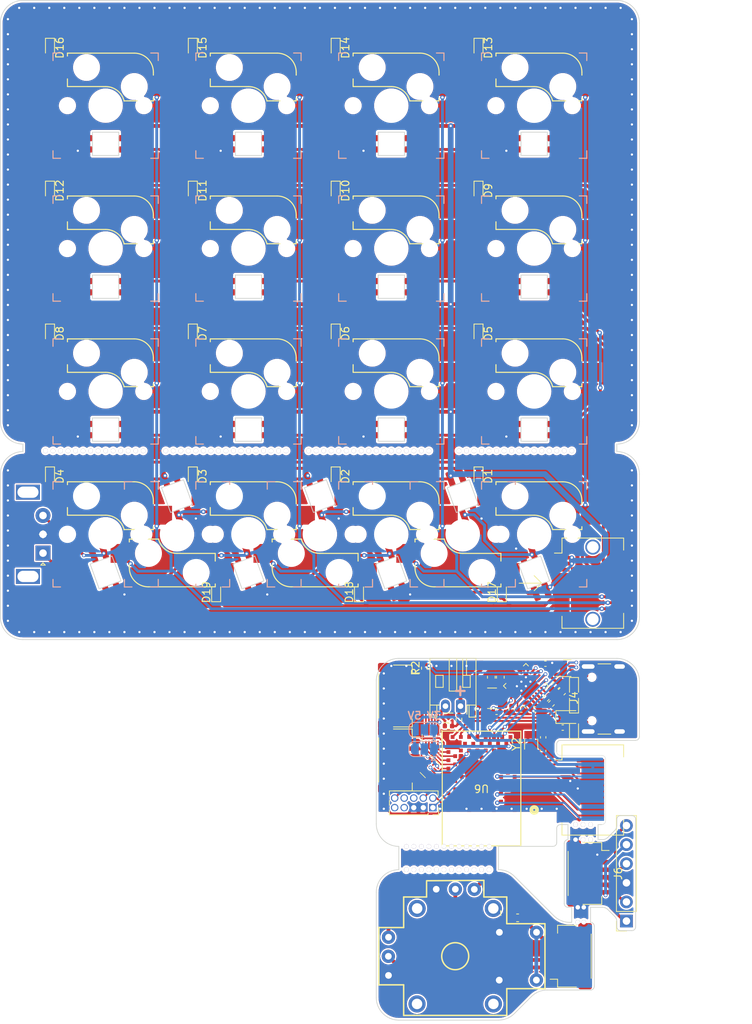
<source format=kicad_pcb>
(kicad_pcb (version 20221018) (generator pcbnew)
  (layers (0 "F.Cu" signal) (1 "In1.Cu" signal) (2 "In2.Cu" signal) (31 "B.Cu" signal) (34 "B.Paste" user) (35 "F.Paste" user) (36 "B.SilkS" user "B.Silkscreen") (37 "F.SilkS" user "F.Silkscreen") (38 "B.Mask" user) (39 "F.Mask" user) (44 "Edge.Cuts" user))
  (net 0 "")
  (net 1 "+5V")
  (net 2 "GND")
  (net 3 "ROW4")
  (net 4 "+3V3")
  (net 5 "ROW0")
  (net 6 "Net-(D1-A)")
  (net 7 "ROW1")
  (net 8 "Net-(D2-A)")
  (net 9 "ROW2")
  (net 10 "Net-(D3-A)")
  (net 11 "ROW3")
  (net 12 "Net-(D4-A)")
  (net 13 "Net-(D5-A)")
  (net 14 "Net-(D6-A)")
  (net 15 "Net-(D7-A)")
  (net 16 "Net-(D8-A)")
  (net 17 "Net-(D9-A)")
  (net 18 "Net-(D10-A)")
  (net 19 "Net-(D11-A)")
  (net 20 "Net-(D12-A)")
  (net 21 "Net-(D13-A)")
  (net 22 "Net-(D14-A)")
  (net 23 "Net-(D15-A)")
  (net 24 "Net-(D16-A)")
  (net 25 "Net-(D17-A)")
  (net 26 "Net-(D18-A)")
  (net 27 "Net-(D19-A)")
  (net 32 "COL0")
  (net 33 "COL1")
  (net 34 "COL2")
  (net 35 "COL3")
  (net 36 "Net-(J7-Pin_5)")
  (net 37 "Net-(D20-DOUT)")
  (net 38 "Net-(D21-DOUT)")
  (net 40 "Net-(D23-DOUT)")
  (net 41 "Net-(D24-DOUT)")
  (net 42 "Net-(D27-DIN)")
  (net 43 "Net-(D31-DOUT)")
  (net 44 "Net-(D39-A)")
  (net 45 "Net-(D25-DOUT)")
  (net 46 "Net-(D26-DOUT)")
  (net 47 "Net-(D27-DOUT)")
  (net 48 "Net-(D33-DOUT)")
  (net 49 "Net-(D34-DOUT)")
  (net 50 "/CLK")
  (net 51 "/DOUT")
  (net 52 "/CS")
  (net 53 "Net-(BT1--)")
  (net 54 "Net-(J7-Pin_2)")
  (net 55 "Net-(J7-Pin_3)")
  (net 56 "Net-(D32-DOUT)")
  (net 58 "Net-(D28-DIN)")
  (net 59 "Net-(D29-DIN)")
  (net 61 "Net-(D35-DIN)")
  (net 62 "Net-(D36-DIN)")
  (net 63 "Net-(D37-DIN)")
  (net 64 "/D+")
  (net 65 "/D-")
  (net 66 "P0_0")
  (net 67 "P0_1")
  (net 68 "P0_2")
  (net 69 "P0_3")
  (net 71 "SW")
  (net 72 "Net-(U2-BTST)")
  (net 73 "Net-(U2-REGN)")
  (net 74 "Net-(U2-~{PG})")
  (net 75 "Net-(U2-STAT)")
  (net 76 "unconnected-(U2-TS-Pad11)")
  (net 78 "Net-(D43-K)")
  (net 79 "Net-(D44-K)")
  (net 80 "Net-(U2-PMID)")
  (net 81 "VCC")
  (net 96 "Net-(U6-P0.02)")
  (net 97 "Net-(U6-P0.01)")
  (net 98 "TRACE_D0")
  (net 99 "TRACE_D3")
  (net 100 "TRACE_CLK")
  (net 101 "TRACE_D2")
  (net 102 "TRACE_D1")
  (net 103 "SWDIO")
  (net 104 "SWCLK")
  (net 105 "nRESET")
  (net 106 "ENC_B")
  (net 107 "ENC_A")
  (net 112 "RGB_CTRL")
  (net 113 "OTG")
  (net 114 "INT")
  (net 115 "SDA")
  (net 116 "SCL")
  (net 118 "Net-(J2-Pin_2)")
  (net 119 "Net-(J2-Pin_3)")
  (net 120 "Net-(J2-Pin_4)")
  (net 121 "Net-(J2-Pin_5)")
  (net 122 "Net-(J3-Pin_5)")
  (net 123 "Net-(J3-Pin_4)")
  (net 124 "Net-(J3-Pin_3)")
  (net 125 "Net-(J3-Pin_2)")
  (net 126 "P1_3")
  (net 127 "P1_2")
  (net 128 "P1_1")
  (net 129 "P1_0")
  (net 130 "P0_EN")
  (net 131 "P1_EN")
  (net 132 "Net-(J2-Pin_1)")
  (net 133 "Net-(J3-Pin_1)")
  (net 134 "BAT")
  (net 135 "Net-(U8-BAT+)")
  (net 136 "/DIN")
  (net 138 "Net-(J7-Pin_6)")
  (net 139 "Net-(U2-ILIM)")
  (footprint "Diode_SMD:D_SOD-523" (layer "F.Cu") (at 44.6 25.3 -90)
    (fp_text reference "D10")
    (fp_text value "1N4148")
  )
  (footprint "Diode_SMD:D_SOD-523" (layer "F.Cu") (at 63.6 44.3 -90)
    (fp_text reference "D5")
    (fp_text value "1N4148")
  )
  (footprint "Diode_SMD:D_SOD-523" (layer "F.Cu") (at 76.3 96.9 90)
    (fp_text reference "D42" hide)
    (fp_text value "D_TVS")
  )
  (footprint "Diode_SMD:D_SOD-523" (layer "F.Cu") (at 63.6 6.3 -90)
    (fp_text reference "D13")
    (fp_text value "1N4148")
  )
  (footprint "proj:PS4_joystick" (layer "F.Cu") (at 60.5 127.1 -90)
    (fp_text reference "U5" hide)
    (fp_text value "~" hide)
  )
  (footprint "Connector_JST:JST_PH_S2B-PH-K_1x02_P2.00mm_Horizontal" (layer "F.Cu") (at 61.2 93.85 180)
    (fp_text reference "BT1" hide)
    (fp_text value "Battery_Cell")
  )
  (footprint "bmd340:BMD-340_UBL" (layer "F.Cu") (at 64 103 180)
    (fp_text reference "U6")
    (fp_text value "BMD-340-A-R")
  )
  (footprint "Capacitor_SMD:C_0603_1608Metric" (layer "F.Cu") (at 68.8 122 180)
    (fp_text reference "C12" hide)
    (fp_text value "C")
  )
  (footprint "proj:SK6812MINI-E" (layer "F.Cu") (at 14 76.075 110)
    (fp_text reference "D26" hide)
    (fp_text value "SK6812MINI")
    (fp_rect (start -1.75 -1.55) (end 1.75 1.55) (stroke (width 0.1)) (fill none) (layer "Edge.Cuts"))
  )
  (footprint "Package_DFN_QFN:Texas_S-PVQFN-N24_EP2.1x2.1mm" (layer "F.Cu") (at 69.9 91.157538 135)
    (fp_text reference "U2" hide)
    (fp_text value "~")
  )
  (footprint "Capacitor_SMD:C_0402_1005Metric" (layer "F.Cu") (at 69.3 94.3)
    (fp_text reference "C8" hide)
    (fp_text value "8.2u")
  )
  (footprint "Package_DFN_QFN:UDFN-4-1EP_1x1mm_P0.65mm_EP0.48x0.48mm" (layer "F.Cu") (at 59.6 95.4 180)
    (fp_text reference "U8" hide)
    (fp_text value "~")
  )
  (footprint "Package_DFN_QFN:Texas_R-PUQFN-N12" (layer "F.Cu") (at 57.1 102.1 -45)
    (fp_text reference "U1" hide)
    (fp_text value "TXB0104RUT")
  )
  (footprint "Capacitor_SMD:C_0402_1005Metric" (layer "F.Cu") (at 59.6 96.5 180)
    (fp_text reference "C1" hide)
    (fp_text value "1u")
  )
  (footprint "Diode_SMD:D_SOD-523" (layer "F.Cu") (at 63.6 63.3 -90)
    (fp_text reference "D1")
    (fp_text value "1N4148")
  )
  (footprint "Connector_JST:JST_SH_SM06B-SRSS-TB_1x06-1MP_P1.00mm_Horizontal" (layer "F.Cu") (at 53 101 -90)
    (fp_text reference "J2" hide)
    (fp_text value "Conn_01x06_MountingPin")
  )
  (footprint "Capacitor_SMD:C_0603_1608Metric" (layer "F.Cu") (at 65.3 90 -90)
    (fp_text reference "C6" hide)
    (fp_text value "10u")
  )
  (footprint "Capacitor_SMD:C_0402_1005Metric" (layer "F.Cu") (at 66 94.6 180)
    (fp_text reference "C4" hide)
    (fp_text value "47n")
  )
  (footprint "Diode_SMD:D_SOD-523" (layer "F.Cu") (at 44.6 63.3 -90)
    (fp_text reference "D2")
    (fp_text value "1N4148")
  )
  (footprint "proj:SK6812MINI-E" (layer "F.Cu") (at 71 38.075 180)
    (fp_text reference "D31" hide)
    (fp_text value "SK6812MINI")
    (fp_rect (start -1.75 -1.55) (end 1.75 1.55) (stroke (width 0.1)) (fill none) (layer "Edge.Cuts"))
  )
  (footprint "Connector_PinSocket_1.27mm:PinSocket_2x05_P1.27mm_Vertical" (layer "F.Cu") (at 57.525 107.345 -90)
    (fp_text reference "J9" hide)
    (fp_text value "Conn_02x05_Odd_Even")
  )
  (footprint "proj:SK6812MINI-E" (layer "F.Cu") (at 52 38.075 180)
    (fp_text reference "D32" hide)
    (fp_text value "SK6812MINI")
    (fp_rect (start -1.75 -1.55) (end 1.75 1.55) (stroke (width 0.1)) (fill none) (layer "Edge.Cuts"))
  )
  (footprint "proj:SK6812MINI-E" (layer "F.Cu") (at 14 38.075 180)
    (fp_text reference "D34" hide)
    (fp_text value "SK6812MINI")
    (fp_rect (start -1.75 -1.55) (end 1.75 1.55) (stroke (width 0.1)) (fill none) (layer "Edge.Cuts"))
  )
  (footprint "Diode_SMD:D_SOD-523" (layer "F.Cu") (at 66.7 78.7 90)
    (fp_text reference "D17")
    (fp_text value "1N4148")
  )
  (footprint "Capacitor_SMD:C_0603_1608Metric" (layer "F.Cu") (at 74.7 91.9 45)
    (fp_text reference "D43" hide)
    (fp_text value "LED_Small")
  )
  (footprint "proj:encoder" (layer "F.Cu") (at 5.67 71 180)
    (fp_text reference "SW20" hide)
    (fp_text value "RotaryEncoder" hide)
  )
  (footprint "proj:SK6812MINI-E" (layer "F.Cu") (at 14 19.075)
    (fp_text reference "D38" hide)
    (fp_text value "SK6812MINI")
    (fp_rect (start -1.75 -1.55) (end 1.75 1.55) (stroke (width 0.1)) (fill none) (layer "Edge.Cuts"))
  )
  (footprint "proj:SK6812MINI-E" (layer "F.Cu") (at 61.5 65.925 110)
    (fp_text reference "D20" hide)
    (fp_text value "SK6812MINI")
    (fp_rect (start -1.75 -1.55) (end 1.75 1.55) (stroke (width 0.1)) (fill none) (layer "Edge.Cuts"))
  )
  (footprint "Diode_SMD:D_SOD-523" (layer "F.Cu") (at 44.6 6.3 -90)
    (fp_text reference "D14")
    (fp_text value "1N4148")
  )
  (footprint "Diode_SMD:D_SOD-523" (layer "F.Cu") (at 47.7 78.7 90)
    (fp_text reference "D18")
    (fp_text value "1N4148")
  )
  (footprint "proj:SK6812MINI-E" (layer "F.Cu") (at 33 76.075 110)
    (fp_text reference "D25" hide)
    (fp_text value "SK6812MINI")
    (fp_rect (start -1.75 -1.55) (end 1.75 1.55) (stroke (width 0.1)) (fill none) (layer "Edge.Cuts"))
  )
  (footprint "Resistor_SMD:R_0402_1005Metric" (layer "F.Cu") (at 61 95.6 -90)
    (fp_text reference "R1" hide)
    (fp_text value "100")
  )
  (footprint "Connector_JST:JST_SH_SM06B-SRSS-TB_1x06-1MP_P1.00mm_Horizontal" (layer "F.Cu") (at 53 92.5 -90)
    (fp_text reference "J3" hide)
    (fp_text value "Conn_01x06_MountingPin")
  )
  (footprint "Crystal:Crystal_SMD_3215-2Pin_3.2x1.5mm" (layer "F.Cu") (at 70.6 98.9 90)
    (fp_text reference "Y2")
    (fp_text value "32.064kHz")
  )
  (footprint "Diode_SMD:D_SOD-523" (layer "F.Cu") (at 44.6 44.3 -90)
    (fp_text reference "D6")
    (fp_text value "1N4148")
  )
  (footprint "Diode_SMD:D_SOD-523" (layer "F.Cu") (at 6.6 63.3 -90)
    (fp_text reference "D4")
    (fp_text value "1N4148")
  )
  (footprint "Capacitor_SMD:C_0603_1608Metric" (layer "F.Cu") (at 66.5 90 -90)
    (fp_text reference "C7" hide)
    (fp_text value "10u")
  )
  (footprint "proj:SK6812MINI-E" (layer "F.Cu") (at 14 57.075)
    (fp_text reference "D30" hide)
    (fp_text value "SK6812MINI")
    (fp_rect (start -1.75 -1.55) (end 1.75 1.55) (stroke (width 0.1)) (fill none) (layer "Edge.Cuts"))
  )
  (footprint "Diode_SMD:D_SOD-523" (layer "F.Cu") (at 6.6 6.3 -90)
    (fp_text reference "D16")
    (fp_text value "1N4148")
  )
  (footprint "proj:SK6812MINI-E" (layer "F.Cu") (at 23.5 65.925 110)
    (fp_text reference "D22" hide)
    (fp_text value "SK6812MINI")
    (fp_rect (start -1.75 -1.55) (end 1.75 1.55) (stroke (width 0.1)) (fill none) (layer "Edge.Cuts"))
  )
  (footprint "Diode_SMD:D_SOD-523" (layer "F.Cu") (at 25.6 44.3 -90)
    (fp_text reference "D7")
    (fp_text value "1N4148")
  )
  (footprint "Diode_SMD:D_SOD-523" (layer "F.Cu") (at 76.3 91.3 -90)
    (fp_text reference "D40" hide)
    (fp_text value "D_TVS")
  )
  (footprint "Capacitor_SMD:C_0402_1005Metric" (layer "F.Cu") (at 72.2 99.8 -90)
    (fp_text reference "C32" hide)
    (fp_text value "12p")
  )
  (footprint "proj:SK6812MINI-E" (layer "F.Cu") (at 71 76.075 -70)
    (fp_text reference "D23" hide)
    (fp_text value "SK6812MINI")
    (fp_rect (start -1.75 -1.55) (end 1.75 1.55) (stroke (width 0.1)) (fill none) (layer "Edge.Cuts"))
  )
  (footprint "Diode_SMD:D_SOD-523" (layer "F.Cu") (at 28.7 78.7 90)
    (fp_text reference "D19")
    (fp_text value "1N4148")
  )
  (footprint "Diode_SMD:D_SOD-523" (layer "F.Cu") (at 25.6 6.3 -90)
    (fp_text reference "D15")
    (fp_text value "1N4148")
  )
  (footprint "Resistor_SMD:R_0402_1005Metric" (layer "F.Cu") (at 72.6 92.8 45)
    (fp_text reference "R5" hide)
    (fp_text value "2.2k")
  )
  (footprint "Diode_SMD:D_SOD-523" (layer "F.Cu") (at 6.6 25.3 -90)
    (fp_text reference "D12")
    (fp_text value "1N4148")
  )
  (footprint "Capacitor_SMD:C_0402_1005Metric" (layer "F.Cu") (at 74.8 96.7)
    (fp_text reference "C3" hide)
    (fp_text value "C" hide)
  )
  (footprint "Resistor_SMD:R_0402_1005Metric" (layer "F.Cu") (at 73.3 93.5 45)
    (fp_text reference "R4" hide)
    (fp_text value "2.2k")
  )
  (footprint "proj:SK6812MINI-E" (layer "F.Cu") (at 52 19.075)
    (fp_text reference "D36" hide)
    (fp_text value "SK6812MINI")
    (fp_rect (start -1.75 -1.55) (end 1.75 1.55) (stroke (width 0.1)) (fill none) (layer "Edge.Cuts"))
  )
  (footprint "Connector_PinSocket_2.54mm:PinSocket_1x06_P2.54mm_Vertical" (layer "F.Cu") (at 83.275 122.424999 180)
    (fp_text reference "J5" hide)
    (fp_text value "Conn_01x06_Socket")
  )
  (footprint "Package_DFN_QFN:DFN-8-1EP_2x2mm_P0.5mm_EP0.8x1.6mm" (layer "F.Cu") (at 74.9 88.8)
    (fp_text reference "U3" hide)
    (fp_text value "~")
  )
  (footprint "Package_DFN_QFN:Texas_R-PUQFN-N12" (layer "F.Cu") (at 57.4 98.1 -90)
    (fp_text reference "U7" hide)
    (fp_text value "TXB0104RUT")
  )
  (footprint "Connector:Connector_SFP_and_Cage" (layer "F.Cu") (at 85 77.5)
    (fp_text reference "J12" hide)
    (fp_text value "Conn_02x10_Counter_Clockwise")
  )
  (footprint "Diode_SMD:D_SOD-523" (layer "F.Cu") (at 76.3 93.5 90)
    (fp_text reference "D41" hide)
    (fp_text value "D_TVS")
  )
  (footprint "Connector_JST:JST_SH_SM06B-SRSS-TB_1x06-1MP_P1.00mm_Horizontal" (layer "F.Cu") (at 78.2 116.1 -90)
    (fp_text reference "J6")
    (fp_text value "Conn_01x06_Socket")
  )
  (footprint "Diode_SMD:D_SOD-523" (layer "F.Cu") (at 63.6 25.3 -90)
    (fp_text reference "D9")
    (fp_text value "1N4148")
  )
  (footprint "Diode_SMD:D_SOD-523" (layer "F.Cu") (at 25.6 25.3 -90)
    (fp_text reference "D11")
    (fp_text value "1N4148")
  )
  (footprint "Capacitor_SMD:C_0402_1005Metric" (layer "F.Cu") (at 68 94.3 -90)
    (fp_text reference "C5" hide)
    (fp_text value "4.7u")
  )
  (footprint "Connector:Connector_SFP_and_Cage" (layer "F.Cu") (at 85 105)
    (fp_text reference "J8" hide)
    (fp_text value "Conn_02x10_Counter_Clockwise")
    (fp_line (start -10.7 -5.1) (end -10.7 -5.1) (stroke (width 0.05)) (layer "Edge.Cuts"))
    (fp_line (start -10.7 5.1) (end -10.7 5.1) (stroke (width 0.05)) (layer "Edge.Cuts"))
    (fp_line (start -5 -4.6) (end -10.5 -4.6) (stroke (width 0.05)) (layer "Edge.Cuts"))
    (fp_line (start -4.5 -4.1) (end -4.5 4.1) (stroke (width 0.05)) (layer "Edge.Cuts"))
    (fp_arc (start -10.5 -4.6) (mid -10.853553 -4.746447) (end -11 -5.1) (stroke (width 0.05)) (layer "Edge.Cuts"))
    (fp_arc (start -5 -4.6) (mid -4.646447 -4.453553) (end -4.5 -4.1) (stroke (width 0.05)) (layer "Edge.Cuts"))
    (fp_arc (start -4.5 4.1) (mid -4.646447 4.453553) (end -5 4.6) (stroke (width 0.05)) (layer "Edge.Cuts"))
  )
  (footprint "proj:SK6812MINI-E" (layer "F.Cu") (at 33 38.075 180)
    (fp_text reference "D33" hide)
    (fp_text value "SK6812MINI")
    (fp_rect (start -1.75 -1.55) (end 1.75 1.55) (stroke (width 0.1)) (fill none) (layer "Edge.Cuts"))
  )
  (footprint "proj:SK6812MINI-E" (layer "F.Cu") (at 71 19.075)
    (fp_text reference "D35" hide)
    (fp_text value "SK6812MINI")
    (fp_rect (start -1.75 -1.55) (end 1.75 1.55) (stroke (width 0.1)) (fill none) (layer "Edge.Cuts"))
  )
  (footprint "Capacitor_SMD:C_0603_1608Metric" (layer "F.Cu") (at 73.9 91.1 45)
    (fp_text reference "D44" hide)
    (fp_text value "LED_Small")
  )
  (footprint "Capacitor_SMD:C_0402_1005Metric" (layer "F.Cu") (at 72.5 88.2)
    (fp_text reference "C11" hide)
    (fp_text value "100n")
  )
  (footprint "proj:SK6812MINI-E" (layer "F.Cu") (at 33 57.075)
    (fp_text reference "D29" hide)
    (fp_text value "SK6812MINI")
    (fp_rect (start -1.75 -1.55) (end 1.75 1.55) (stroke (width 0.1)) (fill none) (layer "Edge.Cuts"))
  )
  (footprint "proj:SK6812MINI-E" (layer "F.Cu") (at 52 57.075)
    (fp_text reference "D28" hide)
    (fp_text value "SK6812MINI")
    (fp_rect (start -1.75 -1.55) (end 1.75 1.55) (stroke (width 0.1)) (fill none) (layer "Edge.Cuts"))
  )
  (footprint "Inductor_SMD:L_1210_3225Metric" (layer "F.Cu") (at 65.4 92.8 180)
    (fp_text reference "L1" hide)
    (fp_text value "15n")
  )
  (footprint "Capacitor_SMD:C_0402_1005Metric" (layer "F.Cu") (at 71.1 94.3)
    (fp_text reference "C9" hide)
    (fp_text value "1u")
  )
  (footprint "Capacitor_SMD:C_0402_1005Metric" (layer "F.Cu") (at 72.2 98 90)
    (fp_text reference "C31" hide)
    (fp_text value "12p")
  )
  (footprint "Diode_SMD:D_SOD-523" (layer "F.Cu") (at 6.6 44.3 -90)
    (fp_text reference "D8")
    (fp_text value "1N4148")
  )
  (footprint "proj:SK6812MINI-E" (layer "F.Cu") (at 71 57.075)
    (fp_text reference "D27" hide)
    (fp_text value "SK6812MINI")
    (fp_rect (start -1.75 -1.55) (end 1.75 1.55) (stroke (width 0.1)) (fill none) (layer "Edge.Cuts"))
  )
  (footprint "Diode_SMD:D_SOD-523" (layer "F.Cu") (at 25.6 63.3 -90)
    (fp_text reference "D3")
    (fp_text value "1N4148")
  )
  (footprint "proj:SK6812MINI-E" (layer "F.Cu") (at 42.5 65.925 110)
    (fp_text reference "D21" hide)
    (fp_text value "SK6812MINI")
    (fp_rect (start -1.75 -1.55) (end 1.75 1.55) (stroke (width 0.1)) (fill none) (layer "Edge.Cuts"))
  )
  (footprint "Connector_JST:JST_SH_SM06B-SRSS-TB_1x06-1MP_P1.00mm_Horizontal" (layer "F.Cu") (at 75.9 127.1 90)
    (fp_text reference "J7" hide)
    (fp_text value "Conn_01x06_Socket")
  )
  (footprint "proj:SK6812MINI-E" (layer "F.Cu") (at 52 76.075 110)
    (fp_text reference "D24" hide)
    (fp_text value "SK6812MINI")
    (fp_rect (start -1.75 -1.55) (end 1.75 1.55) (stroke (width 0.1)) (fill none) (layer "Edge.Cuts"))
  )
  (footprint "Resistor_SMD:R_0402_1005Metric" (layer "F.Cu") (at 56.4 88.8 90)
    (fp_text reference "R2")
    (fp_text value "1k")
  )
  (footprint "proj:SK6812MINI-E" (layer "F.Cu") (at 33 19.075)
    (fp_text reference "D37" hide)
    (fp_text value "SK6812MINI")
    (fp_rect (start -1.75 -1.55) (end 1.75 1.55) (stroke (width 0.1)) (fill none) (layer "Edge.Cuts"))
  )
  (footprint "Diode_SMD:D_SOD-323" (layer "F.Cu") (at 75.5 95.3)
    (fp_text reference "D39" hide)
    (fp_text value "D" hide)
  )
  (footprint "Connector_USB:USB_C_Receptacle_GCT_USB4105-xx-A_16P_TopMnt_Horizontal" (layer "F.Cu") (at 81.29 92.9 90)
    (fp_text reference "J4")
    (fp_text value "USB_C_Receptacle_USB2.0")
  )
  (footprint "kailh-switches:Kailh_socket_MX" (layer "B.Cu") (at 42.5 71)
    (fp_text reference "SW18" hide)
    (fp_text value "SW_Push_45deg")
  )
  (footprint "kailh-switches:Kailh_socket_MX" (layer "B.Cu") (at 71 71 180)
    (fp_text reference "SW1" hide)
    (fp_text value "SW_Push_45deg")
  )
  (footprint "kailh-switches:Kailh_socket_MX" (layer "B.Cu") (at 33 14 180)
    (fp_text reference "SW15" hide)
    (fp_text value "SW_Push_45deg")
  )
  (footprint "kailh-switches:Kailh_socket_MX" (layer "B.Cu") (at 61.5 71)
    (fp_text reference "SW17" hide)
    (fp_text value "SW_Push_45deg")
  )
  (footprint "kailh-switches:Kailh_socket_MX" (layer "B.Cu") (at 52 14 180)
    (fp_text reference "SW14" hide)
    (fp_text value "SW_Push_45deg")
  )
  (footprint "kailh-switches:Kailh_socket_MX" (layer "B.Cu") (at 52 33 180)
    (fp_text reference "SW10" hide)
    (fp_text value "SW_Push_45deg")
  )
  (footprint "kailh-switches:Kailh_socket_MX" (layer "B.Cu") (at 71 52 180)
    (fp_text reference "SW5" hide)
    (fp_text value "SW_Push_45deg")
  )
  (footprint "kailh-switches:Kailh_socket_MX" (layer "B.Cu") (at 52 71 180)
    (fp_text reference "SW2" hide)
    (fp_text value "SW_Push_45deg")
  )
  (footprint "Jumper:SolderJumper-3_P1.3mm_Open_RoundedPad1.0x1.5mm" (layer "B.Cu") (at 56.4 97.0075 180)
    (fp_text reference "JP2" hide)
    (fp_text value "SolderJumper_3_Open")
  )
  (footprint "kailh-switches:Kailh_socket_MX" (layer "B.Cu") (at 23.5 71)
    (fp_text reference "SW19" hide)
    (fp_text value "SW_Push_45deg")
  )
  (footprint "kailh-switches:Kailh_socket_MX" (layer "B.Cu") (at 33 33 180)
    (fp_text reference "SW11" hide)
    (fp_text value "SW_Push_45deg")
  )
  (footprint "kailh-switches:Kailh_socket_MX" (layer "B.Cu") (at 33 52 180)
    (fp_text reference "SW7" hide)
    (fp_text value "SW_Push_45deg")
  )
  (footprint "kailh-switches:Kailh_socket_MX" (layer "B.Cu") (at 71 33 180)
    (fp_text reference "SW9" hide)
    (fp_text value "SW_Push_45deg")
  )
  (footprint "kailh-switches:Kailh_socket_MX" (layer "B.Cu") (at 14 52 180)
    (fp_text reference "SW8" hide)
    (fp_text value "SW_Push_45deg")
  )
  (footprint "kailh-switches:Kailh_socket_MX" (layer "B.Cu") (at 33 71 180)
    (fp_text reference "SW3" hide)
    (fp_text value "SW_Push_45deg")
  )
  (footprint "kailh-switches:Kailh_socket_MX" (layer "B.Cu") (at 71 14 180)
    (fp_text reference "SW13" hide)
    (fp_text value "SW_Push_45deg")
  )
  (footprint "Jumper:SolderJumper-3_P1.3mm_Open_RoundedPad1.0x1.5mm" (layer "B.Cu") (at 56.4 99.55 180)
    (fp_text reference "JP1" hide)
    (fp_text value "SolderJumper_3_Open")
  )
  (footprint "kailh-switches:Kailh_socket_MX" (layer "B.Cu") (at 52 52 180)
    (fp_text reference "SW6" hide)
    (fp_text value "SW_Push_45deg")
  )
  (footprint "kailh-switches:Kailh_socket_MX" (layer "B.Cu") (at 14 33 180)
    (fp_text reference "SW12" hide)
    (fp_text value "SW_Push_45deg")
  )
  (footprint "kailh-switches:Kailh_socket_MX" (layer "B.Cu") (at 14 71 180)
    (fp_text reference "SW4" hide)
    (fp_text value "SW_Push_45deg")
  )
  (footprint "kailh-switches:Kailh_socket_MX" (layer "B.Cu") (at 14 14 180)
    (fp_text reference "SW16" hide)
    (fp_text value "SW_Push_45deg")
  )
  (gr_line (start 85 97.9) (end 85 90.5) (stroke (width 0.1)) (layer "Edge.Cuts"))
  (gr_arc (start 79 131.1) (mid 78.853553 131.453553) (end 78.5 131.6) (stroke (width 0.1)) (layer "Edge.Cuts"))
  (gr_arc (start 85 56) (mid 84.12132 58.12132) (end 82 59) (stroke (width 0.1)) (layer "Edge.Cuts"))
  (gr_line (start 80.085786 111.6) (end 79.5 111.6) (stroke (width 0.1)) (layer "Edge.Cuts"))
  (gr_line (start 66.257359 115.6) (end 66.257359 112.5) (stroke (width 0.1)) (layer "Edge.Cuts"))
  (gr_line (start 3 0) (end 82 0) (stroke (width 0.1)) (layer "Edge.Cuts"))
  (gr_arc (start 70.621321 132.478679) (mid 71.594593 131.828374) (end 72.742641 131.6) (stroke (width 0.1)) (layer "Edge.Cuts"))
  (gr_line (start 82.5 108.4) (end 84 108.4) (stroke (width 0.1)) (layer "Edge.Cuts"))
  (gr_arc (start 78.5 122.6) (mid 78.853553 122.746447) (end 79 123.1) (stroke (width 0.1)) (layer "Edge.Cuts"))
  (gr_line (start 85 82) (end 85 63) (stroke (width 0.1)) (layer "Edge.Cuts"))
  (gr_line (start 82 85) (end 3 85) (stroke (width 0.1)) (layer "Edge.Cuts"))
  (gr_arc (start 75 112.1) (mid 75.146447 111.746447) (end 75.5 111.6) (stroke (width 0.1)) (layer "Edge.Cuts"))
  (gr_arc (start 85 82) (mid 84.12132 84.12132) (end 82 85) (stroke (width 0.1)) (layer "Edge.Cuts"))
  (gr_arc (start 75.5 120.6) (mid 75.146447 120.453553) (end 75 120.1) (stroke (width 0.1)) (layer "Edge.Cuts"))
  (gr_arc (start 3 59) (mid 0.87868 58.12132) (end 0 56) (stroke (width 0.1)) (layer "Edge.Cuts"))
  (gr_line (start 66.257359 112.5) (end 73.5 112.5) (stroke (width 0.1)) (layer "Edge.Cuts"))
  (gr_arc (start 85 97.9) (mid 84.853553 98.253553) (end 84.5 98.4) (stroke (width 0.1)) (layer "Edge.Cuts"))
  (gr_line (start 75 112.1) (end 75 120.1) (stroke (width 0.1)) (layer "Edge.Cuts"))
  (gr_line (start 68.378679 134.721321) (end 70.621321 132.478679) (stroke (width 0.1)) (layer "Edge.Cuts"))
  (gr_line (start 80.792893 111.307107) (end 81.707107 110.392893) (stroke (width 0.1)) (layer "Edge.Cuts"))
  (gr_arc (start 68.378679 134.721321) (mid 67.405407 135.371626) (end 66.257359 135.6) (stroke (width 0.1)) (layer "Edge.Cuts"))
  (gr_line (start 82.5 123.7) (end 84 123.7) (stroke (width 0.1)) (layer "Edge.Cuts"))
  (gr_line (start 50 118.6) (end 50 132.6) (stroke (width 0.1)) (layer "Edge.Cuts"))
  (gr_line (start 82 109.685786) (end 82 108.9) (stroke (width 0.1)) (layer "Edge.Cuts"))
  (gr_arc (start 3 85) (mid 0.87868 84.12132) (end 0 82) (stroke (width 0.1)) (layer "Edge.Cuts"))
  (gr_arc (start 82 109.685786) (mid 81.923884 110.068472) (end 81.707107 110.392893) (stroke (width 0.1)) (layer "Edge.Cuts"))
  (gr_line (start 3 60) (end 3 59) (stroke (width 0.1)) (layer "Edge.Cuts"))
  (gr_arc (start 82.5 123.7) (mid 82.146447 123.553553) (end 82 123.2) (stroke (width 0.1)) (layer "Edge.Cuts"))
  (gr_arc (start 66.257359 115.6) (mid 67.405418 115.828348) (end 68.37868 116.47868) (stroke (width 0.1)) (layer "Edge.Cuts"))
  (gr_line (start 75.5 111.6) (end 75.5 109.6) (stroke (width 0.1)) (layer "Edge.Cuts"))
  (gr_arc (start 84 108.4) (mid 84.353553 108.546447) (end 84.5 108.9) (stroke (width 0.1)) (layer "Edge.Cuts"))
  (gr_line (start 78.5 120.6) (end 80.085786 120.6) (stroke (width 0.1)) (layer "Edge.Cuts"))
  (gr_line (start 80.792893 120.892893) (end 81.707107 121.807107) (stroke (width 0.1)) (layer "Edge.Cuts"))
  (gr_line (start 74 99.9) (end 74 98.9) (stroke (width 0.1)) (layer "Edge.Cuts"))
  (gr_arc (start 50 90.5) (mid 50.87868 88.37868) (end 53 87.5) (stroke (width 0.1)) (layer "Edge.Cuts"))
  (gr_arc (start 50 118.6) (mid 50.87868 116.47868) (end 53 115.6) (stroke (width 0.1)) (layer "Edge.Cuts"))
  (gr_arc (start 80.792893 111.307107) (mid 80.468469 111.523875) (end 80.085786 111.6) (stroke (width 0.1)) (layer "Edge.Cuts"))
  (gr_line (start 76 120.6) (end 75.5 120.6) (stroke (width 0.1)) (layer "Edge.Cuts"))
  (gr_arc (start 53 135.6) (mid 50.87868 134.72132) (end 50 132.6) (stroke (width 0.1)) (layer "Edge.Cuts"))
  (gr_line (start 78.5 122.6) (end 78.5 120.6) (stroke (width 0.1)) (layer "Edge.Cuts"))
  (gr_line (start 79 123.1) (end 79 131.1) (stroke (width 0.1)) (layer "Edge.Cuts"))
  (gr_line (start 74.5 98.4) (end 84.5 98.4) (stroke (width 0.1)) (layer "Edge.Cuts"))
  (gr_arc (start 80.085786 120.6) (mid 80.468472 120.676116) (end 80.792893 120.892893) (stroke (width 0.1)) (layer "Edge.Cuts"))
  (gr_line (start 66.257359 135.6) (end 53 135.6) (stroke (width 0.1)) (layer "Edge.Cuts"))
  (gr_line (start 74 110.1) (end 74 112) (stroke (width 0.1)) (layer "Edge.Cuts"))
  (gr_arc (start 53 112.5) (mid 50.87868 111.62132) (end 50 109.5) (stroke (width 0.1)) (layer "Edge.Cuts"))
  (gr_line (start 82 87.5) (end 53 87.5) (stroke (width 0.1)) (layer "Edge.Cuts"))
  (gr_arc (start 82 108.9) (mid 82.146447 108.546447) (end 82.5 108.4) (stroke (width 0.1)) (layer "Edge.Cuts"))
  (gr_line (start 68.37868 116.47868) (end 73.621321 121.721321) (stroke (width 0.1)) (layer "Edge.Cuts"))
  (gr_arc (start 82 87.5) (mid 84.12132 88.37868) (end 85 90.5) (stroke (width 0.1)) (layer "Edge.Cuts"))
  (gr_line (start 78.5 131.6) (end 72.742641 131.6) (stroke (width 0.1)) (layer "Edge.Cuts"))
  (gr_arc (start 82 0) (mid 84.12132 0.87868) (end 85 3) (stroke (width 0.1)) (layer "Edge.Cuts"))
  (gr_arc (start 0 63) (mid 0.87868 60.87868) (end 3 60) (stroke (width 0.1)) (layer "Edge.Cuts"))
  (gr_arc (start 74 112) (mid 73.853553 112.353553) (end 73.5 112.5) (stroke (width 0.1)) (layer "Edge.Cuts"))
  (gr_arc (start 82 60) (mid 84.12132 60.87868) (end 85 63) (stroke (width 0.1)) (layer "Edge.Cuts"))
  (gr_line (start 79.5 109.6) (end 79.5 111.6) (stroke (width 0.1)) (layer "Edge.Cuts"))
  (gr_line (start 85 56) (end 85 3) (stroke (width 0.1)) (layer "Edge.Cuts"))
  (gr_line (start 76 122.6) (end 76 120.6) (stroke (width 0.1)) (layer "Edge.Cuts"))
  (gr_arc (start 84.5 123.2) (mid 84.353553 123.553553) (end 84 123.7) (stroke (width 0.1)) (layer "Edge.Cuts"))
  (gr_line (start 50 90.5) (end 50 109.5) (stroke (width 0.1)) (layer "Edge.Cuts"))
  (gr_line (start 3 60) (end 3 60) (stroke (width 0.1)) (layer "Edge.Cuts"))
  (gr_line (start 79.5 109.6) (end 80 109.6) (stroke (width 0.1)) (layer "Edge.Cuts"))
  (gr_line (start 75.742641 122.6) (end 76 122.6) (stroke (width 0.1)) (layer "Edge.Cuts"))
  (gr_line (start 75.5 109.6) (end 74.500001 109.6) (stroke (width 0.1)) (layer "Edge.Cuts"))
  (gr_arc (start 0 3) (mid 0.87868 0.87868) (end 3 0) (stroke (width 0.1)) (layer "Edge.Cuts"))
  (gr_arc (start 75.742641 122.6) (mid 74.594582 122.371652) (end 73.621321 121.721321) (stroke (width 0.1)) (layer "Edge.Cuts"))
  (gr_arc (start 81.707107 121.807107) (mid 81.923875 122.131531) (end 82 122.514214) (stroke (width 0.1)) (layer "Edge.Cuts"))
  (gr_line (start 82 60) (end 82 59) (stroke (width 0.1)) (layer "Edge.Cuts"))
  (gr_line (start 82 122.514214) (end 82 123.2) (stroke (width 0.1)) (layer "Edge.Cuts"))
  (gr_line (start 53 115.6) (end 53 112.5) (stroke (width 0.1)) (layer "Edge.Cuts"))
  (gr_arc (start 74 98.9) (mid 74.146447 98.546447) (end 74.5 98.4) (stroke (width 0.1)) (layer "Edge.Cuts"))
  (gr_line (start 3 59) (end 3 59) (stroke (width 0.1)) (layer "Edge.Cuts"))
  (gr_line (start 0 56) (end 0 3) (stroke (width 0.1)) (layer "Edge.Cuts"))
  (gr_arc (start 74 110.100001) (mid 74.146447 109.746447) (end 74.500001 109.6) (stroke (width 0.1)) (layer "Edge.Cuts"))
  (gr_line (start 84.5 108.9) (end 84.5 123.2) (stroke (width 0.1)) (layer "Edge.Cuts"))
  (gr_line (start 0 82) (end 0 63) (stroke (width 0.1)) (layer "Edge.Cuts"))
  (gr_text "3V 5V" (at 58.7 95.7) (layer "B.SilkS") (effects (font (size 1 1) (thickness 0.2) bold) (justify left bottom mirror)))
  (gr_text "+" (at 62.3 92.6) (layer "B.SilkS") (effects (font (size 1.5 1.5) (thickness 0.3) bold) (justify left bottom mirror)))
  (via (at 66 59.9) (size 0.6) (drill 0.6) (layers "F.Cu" "B.Cu") (net 0))
  (via (at 27 59.9) (size 0.6) (drill 0.6) (layers "F.Cu" "B.Cu") (net 0))
  (via (at 74 59.9) (size 0.6) (drill 0.6) (layers "F.Cu" "B.Cu") (net 0))
  (via (at 76.5 109.6) (size 0.6) (drill 0.6) (layers "F.Cu" "B.Cu") (net 0))
  (via (at 44 59.9) (size 0.6) (drill 0.6) (layers "F.Cu" "B.Cu") (net 0))
  (via (at 68 59.9) (size 0.6) (drill 0.6) (layers "F.Cu" "B.Cu") (net 0))
  (via (at 24 59.9) (size 0.6) (drill 0.6) (layers "F.Cu" "B.Cu") (net 0))
  (via (at 67 59.9) (size 0.6) (drill 0.6) (layers "F.Cu" "B.Cu") (net 0))
  (via (at 60 115.6) (size 0.6) (drill 0.6) (layers "F.Cu" "B.Cu") (net 0))
  (via (at 18 59.9) (size 0.6) (drill 0.6) (layers "F.Cu" "B.Cu") (net 0))
  (via (at 8 59.9) (size 0.6) (drill 0.6) (layers "F.Cu" "B.Cu") (net 0))
  (via (at 13 59.9) (size 0.6) (drill 0.6) (layers "F.Cu" "B.Cu") (net 0))
  (via (at 35 59.9) (size 0.6) (drill 0.6) (layers "F.Cu" "B.Cu") (net 0))
  (via (at 28 59.9) (size 0.6) (drill 0.6) (layers "F.Cu" "B.Cu") (net 0))
  (via (at 65 112.5) (size 0.6) (drill 0.6) (layers "F.Cu" "B.Cu") (net 0))
  (via (at 63 59.9) (size 0.6) (drill 0.6) (layers "F.Cu" "B.Cu") (net 0))
  (via (at 77.6 122.6) (size 0.6) (drill 0.6) (layers "F.Cu" "B.Cu") (net 0))
  (via (at 51 59.9) (size 0.6) (drill 0.6) (layers "F.Cu" "B.Cu") (net 0))
  (via (at 16 59.9) (size 0.6) (drill 0.6) (layers "F.Cu" "B.Cu") (net 0))
  (via (at 49 59.9) (size 0.6) (drill 0.6) (layers "F.Cu" "B.Cu") (net 0))
  (via (at 77.5 111.6) (size 0.6) (drill 0.6) (layers "F.Cu" "B.Cu") (net 0))
  (via (at 52 59.9) (size 0.6) (drill 0.6) (layers "F.Cu" "B.Cu") (net 0))
  (via (at 60 112.5) (size 0.6) (drill 0.6) (layers "F.Cu" "B.Cu") (net 0))
  (via (at 37 59.9) (size 0.6) (drill 0.6) (layers "F.Cu" "B.Cu") (net 0))
  (via (at 61 112.5) (size 0.6) (drill 0.6) (layers "F.Cu" "B.Cu") (net 0))
  (via (at 38 59.9) (size 0.6) (drill 0.6) (layers "F.Cu" "B.Cu") (net 0))
  (via (at 54 112.5) (size 0.6) (drill 0.6) (layers "F.Cu" "B.Cu") (net 0))
  (via (at 63 112.5) (size 0.6) (drill 0.6) (layers "F.Cu" "B.Cu") (net 0))
  (via (at 32 59.9) (size 0.6) (drill 0.6) (layers "F.Cu" "B.Cu") (net 0))
  (via (at 14 59.9) (size 0.6) (drill 0.6) (layers "F.Cu" "B.Cu") (net 0))
  (via (at 65 115.6) (size 0.6) (drill 0.6) (layers "F.Cu" "B.Cu") (net 0))
  (via (at 29 59.9) (size 0.6) (drill 0.6) (layers "F.Cu" "B.Cu") (net 0))
  (via (at 59 115.6) (size 0.6) (drill 0.6) (layers "F.Cu" "B.Cu") (net 0))
  (via (at 59 112.5) (size 0.6) (drill 0.6) (layers "F.Cu" "B.Cu") (net 0))
  (via (at 48 59.9) (size 0.6) (drill 0.6) (layers "F.Cu" "B.Cu") (net 0))
  (via (at 78.5 111.6) (size 0.6) (drill 0.6) (layers "F.Cu" "B.Cu") (net 0))
  (via (at 62 115.6) (size 0.6) (drill 0.6) (layers "F.Cu" "B.Cu") (net 0))
  (via (at 55 112.5) (size 0.6) (drill 0.6) (layers "F.Cu" "B.Cu") (net 0))
  (via (at 46 59.9) (size 0.6) (drill 0.6) (layers "F.Cu" "B.Cu") (net 0))
  (via (at 47 59.9) (size 0.6) (drill 0.6) (layers "F.Cu" "B.Cu") (net 0))
  (via (at 23 59.9) (size 0.6) (drill 0.6) (layers "F.Cu" "B.Cu") (net 0))
  (via (at 9 59.9) (size 0.6) (drill 0.6) (layers "F.Cu" "B.Cu") (net 0))
  (via (at 54 115.6) (size 0.6) (drill 0.6) (layers "F.Cu" "B.Cu") (net 0))
  (via (at 33 59.9) (size 0.6) (drill 0.6) (layers "F.Cu" "B.Cu") (net 0))
  (via (at 36 59.9) (size 0.6) (drill 0.6) (layers "F.Cu" "B.Cu") (net 0))
  (via (at 62 59.9) (size 0.6) (drill 0.6) (layers "F.Cu" "B.Cu") (net 0))
  (via (at 25 59.9) (size 0.6) (drill 0.6) (layers "F.Cu" "B.Cu") (net 0))
  (via (at 57 115.6) (size 0.6) (drill 0.6) (layers "F.Cu" "B.Cu") (net 0))
  (via (at 43 59.9) (size 0.6) (drill 0.6) (layers "F.Cu" "B.Cu") (net 0))
  (via (at 56 115.6) (size 0.6) (drill 0.6) (layers "F.Cu" "B.Cu") (net 0))
  (via (at 34 59.9) (size 0.6) (drill 0.6) (layers "F.Cu" "B.Cu") (net 0))
  (via (at 11 59.9) (size 0.6) (drill 0.6) (layers "F.Cu" "B.Cu") (net 0))
  (via (at 57 59.9) (size 0.6) (drill 0.6) (layers "F.Cu" "B.Cu") (net 0))
  (via (at 42 59.9) (size 0.6) (drill 0.6) (layers "F.Cu" "B.Cu") (net 0))
  (via (at 73 59.9) (size 0.6) (drill 0.6) (layers "F.Cu" "B.Cu") (net 0))
  (via (at 56 112.5) (size 0.6) (drill 0.6) (layers "F.Cu" "B.Cu") (net 0))
  (via (at 62 112.5) (size 0.6) (drill 0.6) (layers "F.Cu" "B.Cu") (net 0))
  (via (at 15 59.9) (size 0.6) (drill 0.6) (layers "F.Cu" "B.Cu") (net 0))
  (via (at 30 59.9) (size 0.6) (drill 0.6) (layers "F.Cu" "B.Cu") (net 0))
  (via (at 65 59.9) (size 0.6) (drill 0.6) (layers "F.Cu" "B.Cu") (net 0))
  (via (at 56 59.9) (size 0.6) (drill 0.6) (layers "F.Cu" "B.Cu") (net 0))
  (via (at 6 59.9) (size 0.6) (drill 0.6) (layers "F.Cu" "B.Cu") (net 0))
  (via (at 22 59.9) (size 0.6) (drill 0.6) (layers "F.Cu" "B.Cu") (net 0))
  (via (at 78.5 109.6) (size 0.6) (drill 0.6) (layers "F.Cu" "B.Cu") (net 0))
  (via (at 64 112.5) (size 0.6) (drill 0.6) (layers "F.Cu" "B.Cu") (net 0))
  (via (at 57 112.5) (size 0.6) (drill 0.6) (layers "F.Cu" "B.Cu") (net 0))
  (via (at 53 59.9) (size 0.6) (drill 0.6) (layers "F.Cu" "B.Cu") (net 0))
  (via (at 72 59.9) (size 0.6) (drill 0.6) (layers "F.Cu" "B.Cu") (net 0))
  (via (at 54 59.9) (size 0.6) (drill 0.6) (layers "F.Cu" "B.Cu") (net 0))
  (via (at 61 59.9) (size 0.6) (drill 0.6) (layers "F.Cu" "B.Cu") (net 0))
  (via (at 55 59.9) (size 0.6) (drill 0.6) (layers "F.Cu" "B.Cu") (net 0))
  (via (at 69 59.9) (size 0.6) (drill 0.6) (layers "F.Cu" "B.Cu") (net 0))
  (via (at 55 115.6) (size 0.6) (drill 0.6) (layers "F.Cu" "B.Cu") (net 0))
  (via (at 45 59.9) (size 0.6) (drill 0.6) (layers "F.Cu" "B.Cu") (net 0))
  (via (at 64 59.9) (size 0.6) (drill 0.6) (layers "F.Cu" "B.Cu") (net 0))
  (via (at 63 115.6) (size 0.6) (drill 0.6) (layers "F.Cu" "B.Cu") (net 0))
  (via (at 10 59.9) (size 0.6) (drill 0.6) (layers "F.Cu" "B.Cu") (net 0))
  (via (at 76 59.9) (size 0.6) (drill 0.6) (layers "F.Cu" "B.Cu") (net 0))
  (via (at 12 59.9) (size 0.6) (drill 0.6) (layers "F.Cu" "B.Cu") (net 0))
  (via (at 50 59.9) (size 0.6) (drill 0.6) (layers "F.Cu" "B.Cu") (net 0))
  (via (at 41 59.9) (size 0.6) (drill 0.6) (layers "F.Cu" "B.Cu") (net 0))
  (via (at 19 59.9) (size 0.6) (drill 0.6) (layers "F.Cu" "B.Cu") (net 0))
  (via (at 26 59.9) (size 0.6) (drill 0.6) (layers "F.Cu" "B.Cu") (net 0))
  (via (at 77.5 109.6) (size 0.6) (drill 0.6) (layers "F.Cu" "B.Cu") (net 0))
  (via (at 71 59.9) (size 0.6) (drill 0.6) (layers "F.Cu" "B.Cu") (net 0))
  (via (at 58 115.6) (size 0.6) (drill 0.6) (layers "F.Cu" "B.Cu") (net 0))
  (via (at 58 112.5) (size 0.6) (drill 0.6) (layers "F.Cu" "B.Cu") (net 0))
  (via (at 31 59.9) (size 0.6) (drill 0.6) (layers "F.Cu" "B.Cu") (net 0))
  (via (at 76.8 122.6) (size 0.6) (drill 0.6) (layers "F.Cu" "B.Cu") (net 0))
  (via (at 61 115.6) (size 0.6) (drill 0.6) (layers "F.Cu" "B.Cu") (net 0))
  (via (at 75 59.9) (size 0.6) (drill 0.6) (layers "F.Cu" "B.Cu") (net 0))
  (via (at 7 59.9) (size 0.6) (drill 0.6) (layers "F.Cu" "B.Cu") (net 0))
  (via (at 70 59.9) (size 0.6) (drill 0.6) (layers "F.Cu" "B.Cu") (net 0))
  (via (at 64 115.6) (size 0.6) (drill 0.6) (layers "F.Cu" "B.Cu") (net 0))
  (via (at 17 59.9) (size 0.6) (drill 0.6) (layers "F.Cu" "B.Cu") (net 0))
  (segment (start 74.7 74.1) (end 76 74.1) (width 0.381) (layer "F.Cu") (net 1))
  (segment (start 66.725 40.4) (end 68.3 38.825) (width 0.508) (layer "F.Cu") (net 1))
  (segment (start 74.1 95.5) (end 74.32 95.43) (width 0.381) (layer "F.Cu") (net 1))
  (segment (start 74.7 74.1) (end 74.7 74.9) (width 0.381) (layer "F.Cu") (net 1))
  (segment (start 11.3 38.825) (end 11.3 39.8) (width 0.508) (layer "F.Cu") (net 1))
  (segment (start 37.5 16.7) (end 40.9 16.7) (width 0.508) (layer "F.Cu") (net 1))
  (segment (start 37.5 54.7) (end 40.9 54.7) (width 0.508) (layer "F.Cu") (net 1))
  (segment (start 72.744345 78.355655) (end 73.1 78) (width 0.381) (layer "F.Cu") (net 1))
  (segment (start 50.371776 73.794345) (end 49.4 72.822569) (width 0.381) (layer "F.Cu") (net 1))
  (segment (start 31.241526 40.4) (end 31.4 40.4) (width 0.508) (layer "F.Cu") (net 1))
  (segment (start 36.655655 63.644345) (end 40.871776 63.644345) (width 0.381) (layer "F.Cu") (net 1))
  (segment (start 62.35055 97.95) (end 62.35055 97.44945) (width 0.381) (layer "F.Cu") (net 1))
  (segment (start 18.325 54.7) (end 21.9 54.7) (width 0.508) (layer "F.Cu") (net 1))
  (segment (start 30.3 38.825) (end 30.3 39.458474) (width 0.508) (layer "F.Cu") (net 1))
  (segment (start 50.5 40.4) (end 66.725 40.4) (width 0.508) (layer "F.Cu") (net 1))
  (segment (start 59.9 16.7) (end 73.1 16.7) (width 0.508) (layer "F.Cu") (net 1))
  (segment (start 30.4 72.822569) (end 30.4 69.9) (width 0.381) (layer "F.Cu") (net 1))
  (segment (start 54.7 56.325) (end 56.325 54.7) (width 0.508) (layer "F.Cu") (net 1))
  (segment (start 49.3 38.825) (end 49.3 39.458474) (width 0.508) (layer "F.Cu") (net 1))
  (segment (start 40.9 54.7) (end 56.5 54.7) (width 0.508) (layer "F.Cu") (net 1))
  (segment (start 21.9 54.7) (end 37.5 54.7) (width 0.508) (layer "F.Cu") (net 1))
  (segment (start 12.371776 73.794345) (end 11.4 72.822569) (width 0.381) (layer "F.Cu") (net 1))
  (segment (start 17.655655 63.644345) (end 21.871776 63.644345) (width 0.381) (layer "F.Cu") (net 1))
  (segment (start 74.32 96.7) (end 74.32 95.43) (width 0.381) (layer "F.Cu") (net 1))
  (segment (start 62.35055 97.44945) (end 62.4 97.4) (width 0.381) (layer "F.Cu") (net 1))
  (segment (start 74.32 95.43) (end 74.45 95.3) (width 0.381) (layer "F.Cu") (net 1))
  (segment (start 49.4 72.822569) (end 49.4 69.9) (width 0.381) (layer "F.Cu") (net 1))
  (segment (start 55.655655 63.644345) (end 59.871776 63.644345) (width 0.381) (layer "F.Cu") (net 1))
  (segment (start 56.5 54.7) (end 73.1 54.7) (width 0.508) (layer "F.Cu") (net 1))
  (segment (start 73.1 16.7) (end 73.7 17.3) (width 0.508) (layer "F.Cu") (net 1))
  (segment (start 49.4 69.9) (end 55.655655 63.644345) (width 0.381) (layer "F.Cu") (net 1))
  (segment (start 16.7 18.325) (end 18.325 16.7) (width 0.508) (layer "F.Cu") (net 1))
  (segment (start 35.7 18.325) (end 37.325 16.7) (width 0.508) (layer "F.Cu") (net 1))
  (segment (start 31.4 40.4) (end 50.5 40.4) (width 0.508) (layer "F.Cu") (net 1))
  (segment (start 31.371776 73.794345) (end 30.4 72.822569) (width 0.381) (layer "F.Cu") (net 1))
  (segment (start 30.3 39.458474) (end 31.241526 40.4) (width 0.508) (layer "F.Cu") (net 1))
  (segment (start 56.5 16.7) (end 59.9 16.7) (width 0.508) (layer "F.Cu") (net 1))
  (segment (start 50.241526 40.4) (end 50.5 40.4) (width 0.508) (layer "F.Cu") (net 1))
  (segment (start 11.3 39.8) (end 11.9 40.4) (width 0.508) (layer "F.Cu") (net 1))
  (segment (start 11.4 69.9) (end 17.655655 63.644345) (width 0.381) (layer "F.Cu") (net 1))
  (segment (start 21.9 16.7) (end 37.5 16.7) (width 0.508) (layer "F.Cu") (net 1))
  (segment (start 74.32 96.7) (end 74.1 95.5) (width 0.381) (layer "F.Cu") (net 1))
  (segment (start 59.871776 63.271776) (end 59.8 63.2) (width 0.381) (layer "F.Cu") (net 1))
  (segment (start 69.413864 93.411441) (end 69.6 93.411441) (width 0.2) (layer "F.Cu") (net 1))
  (segment (start 73.7 55.3) (end 73.7 56.325) (width 0.508) (layer "F.Cu") (net 1))
  (segment (start 59.871776 63.644345) (end 59.871776 63.271776) (width 0.381) (layer "F.Cu") (net 1))
  (segment (start 11.9 40.4) (end 31.4 40.4) (width 0.508) (layer "F.Cu") (net 1))
  (segment (start 37.325 54.7) (end 37.5 54.7) (width 0.508) (layer "F.Cu") (net 1))
  (segment (start 72.628224 78.355655) (end 72.744345 78.355655) (width 0.381) (layer "F.Cu") (net 1))
  (segment (start 73.7 17.3) (end 73.7 18.325) (width 0.508) (layer "F.Cu") (net 1))
  (segment (start 40.9 16.7) (end 56.5 16.7) (width 0.508) (layer "F.Cu") (net 1))
  (segment (start 70.62 93.990001) (end 70.04144 93.411441) (width 0.508) (layer "F.Cu") (net 1))
  (segment (start 35.7 56.325) (end 37.325 54.7) (width 0.508) (layer "F.Cu") (net 1))
  (segment (start 54.7 18.325) (end 56.325 16.7) (width 0.508) (layer "F.Cu") (net 1))
  (segment (start 70.04144 93.411441) (end 69.6 93.411441) (width 0.508) (layer "F.Cu") (net 1))
  (segment (start 69.6 93.411441) (end 70.386136 93.411441) (width 0.2) (layer "F.Cu") (net 1))
  (segment (start 18.325 16.7) (end 21.9 16.7) (width 0.508) (layer "F.Cu") (net 1))
  (segment (start 16.7 56.325) (end 18.325 54.7) (width 0.508) (layer "F.Cu") (net 1))
  (segment (start 76 74.1) (end 76 74.9) (width 0.381) (layer "F.Cu") (net 1))
  (segment (start 11.4 72.822569) (end 11.4 69.9) (width 0.381) (layer "F.Cu") (net 1))
  (segment (start 49.3 39.458474) (end 50.241526 40.4) (width 0.508) (layer "F.Cu") (net 1))
  (segment (start 56.325 54.7) (end 56.5 54.7) (width 0.508) (layer "F.Cu") (net 1))
  (segment (start 74.7 74.9) (end 76 74.9) (width 0.381) (layer "F.Cu") (net 1))
  (segment (start 30.4 69.9) (end 36.655655 63.644345) (width 0.381) (layer "F.Cu") (net 1))
  (segment (start 73.1 54.7) (end 73.7 55.3) (width 0.508) (layer "F.Cu") (net 1))
  (via (at 21.9 63.2) (size 0.6) (drill 0.3) (layers "F.Cu" "B.Cu") (net 1))
  (via (at 59.9 40.4) (size 0.6) (drill 0.3) (layers "F.Cu" "B.Cu") (net 1))
  (via (at 74.1 95.5) (size 0.5) (drill 0.3) (layers "F.Cu" "B.Cu") (net 1))
  (via (at 59.9 54.7) (size 0.6) (drill 0.3) (layers "F.Cu" "B.Cu") (net 1))
  (via (at 70.9 94.5) (size 0.5) (drill 0.3) (layers "F.Cu" "B.Cu") (net 1))
  (via (at 73.1 78) (size 0.6) (drill 0.3) (layers "F.Cu" "B.Cu") (net 1))
  (via (at 59.9 63.2) (size 0.6) (drill 0.3) (layers "F.Cu" "B.Cu") (net 1))
  (via (at 40.9 63.2) (size 0.6) (drill 0.3) (layers "F.Cu" "B.Cu") (net 1))
  (via (at 62.4 97.4) (size 0.5) (drill 0.3) (layers "F.Cu" "B.Cu") (net 1))
  (via (at 59.9 16.7) (size 0.6) (drill 0.3) (layers "F.Cu" "B.Cu") (net 1))
  (via (at 76 74.1) (size 0.6) (drill 0.3) (layers "F.Cu" "B.Cu") (net 1))
  (via (at 76 74.9) (size 0.6) (drill 0.3) (layers "F.Cu" "B.Cu") (net 1))
  (segment (start 60.3 95.3) (end 62.4 97.4) (width 0.381) (layer "B.Cu") (net 1))
  (segment (start 73.1 94.5) (end 74.1 95.5) (width 0.381) (layer "B.Cu") (net 1))
  (segment (start 76 74.5) (end 79.4 74.5) (width 0.762) (layer "B.Cu") (net 1))
  (segment (start 76 75.1) (end 76 74.5) (width 0.381) (layer "B.Cu") (net 1))
  (segment (start 59.9 54.7) (end 59.9 40.4) (width 0.762) (layer "B.Cu") (net 1))
  (segment (start 59.9 63.2) (end 59.9 54.7) (width 0.762) (layer "B.Cu") (net 1))
  (segment (start 78.8 101.6) (end 78.8 102.4) (width 0.381) (layer "B.Cu") (net 1))
  (segment (start 72.4344 63) (end 60.1 63) (width 0.762) (layer "B.Cu") (net 1))
  (segment (start 79.4 74.5) (end 80.5 73.4) (width 0.762) (layer "B.Cu") (net 1))
  (segment (start 56.2225 95.3) (end 60.3 95.3) (width 0.381) (layer "B.Cu") (net 1))
  (segment (start 62.4 97.4) (end 63.4 98.4) (width 0.381) (layer "B.Cu") (net 1))
  (segment (start 80.5 71.0656) (end 72.4344 63) (width 0.762) (layer "B.Cu") (net 1))
  (segment (start 60.1 63) (end 59.9 63.2) (width 0.762) (layer "B.Cu") (net 1))
  (segment (start 76 74.5) (end 76 74.1) (width 0.381) (layer "B.Cu") (net 1))
  (segment (start 74.1 101.6) (end 78.8 101.6) (width 0.381) (layer "B.Cu") (net 1))
  (segment (start 70.9 98.3) (end 70.9 98.4) (width 0.381) (layer "B.Cu") (net 1))
  (segment (start 70.9 94.5) (end 73.1 94.5) (width 0.381) (layer "B.Cu") (net 1))
  (segment (start 55.1 99.55) (end 55.1 96.4225) (width 0.381) (layer "B.Cu") (net 1))
  (segment (start 70.9 98.4) (end 74.1 101.6) (width 0.381) (layer "B.Cu") (net 1))
  (segment (start 73.1 78) (end 76 75.1) (width 0.381) (layer "B.Cu") (net 1))
  (segment (start 63.4 98.4) (end 70.8 98.4) (width 0.381) (layer "B.Cu") (net 1))
  (segment (start 55.1 96.4225) (end 56.2225 95.3) (width 0.381) (layer "B.Cu") (net 1))
  (segment (start 59.9 40.4) (end 59.9 16.7) (width 0.762) (layer "B.Cu") (net 1))
  (segment (start 80.5 73.4) (end 80.5 71.0656) (width 0.762) (layer "B.Cu") (net 1))
  (segment (start 70.9 94.5) (end 70.9 98.3) (width 0.381) (layer "B.Cu") (net 1))
  (segment (start 70.9 94.5) (end 70.9 94.7) (width 0.381) (layer "B.Cu") (net 1))
  (segment (start 70.8 98.4) (end 70.9 98.3) (width 0.381) (layer "B.Cu") (net 1))
  (segment (start 54.985 107.345) (end 54.2 108.13) (width 0.3) (layer "F.Cu") (net 2))
  (segment (start 54.985 107.345) (end 55.7 108.06) (width 0.3) (layer "F.Cu") (net 2))
  (segment (start 56.908 108.145) (end 57.6 108.145) (width 0.3) (layer "F.Cu") (net 2))
  (segment (start 55.5 108.145) (end 55.7 108.145) (width 0.3) (layer "F.Cu") (net 2))
  (segment (start 54.2 108.13) (end 54.2 108.145) (width 0.3) (layer "F.Cu") (net 2))
  (segment (start 51 107.5) (end 51.35 107.5) (width 0.3) (layer "F.Cu") (net 2))
  (segment (start 56.255 107.492) (end 56.908 108.145) (width 0.3) (layer "F.Cu") (net 2))
  (segment (start 55.7 108.145) (end 57.6 108.145) (width 0.3) (layer "F.Cu") (net 2))
  (segment (start 51.995 108.145) (end 54.2 108.145) (width 0.3) (layer "F.Cu") (net 2))
  (segment (start 58.65 107.65) (end 59.59945 107.65) (width 0.3) (layer "F.Cu") (net 2))
  (segment (start 57.6 108.145) (end 58.155 108.145) (width 0.3) (layer "F.Cu") (net 2))
  (segment (start 55.7 108.06) (end 55.7 108.145) (width 0.3) (layer "F.Cu") (net 2))
  (segment (start 56.255 107.345) (end 56.255 107.492) (width 0.3) (layer "F.Cu") (net 2))
  (segment (start 51.35 107.5) (end 51.995 108.145) (width 0.3) (layer "F.Cu") (net 2))
  (segment (start 56.255 107.345) (end 55.5 108.1) (width 0.3) (layer "F.Cu") (net 2))
  (segment (start 58.155 108.145) (end 58.65 107.65) (width 0.3) (layer "F.Cu") (net 2))
  (segment (start 80.2 113.6) (end 79.4 113.6) (width 0.381) (layer "F.Cu") (net 2))
  (segment (start 54.2 108.145) (end 55.5 108.145) (width 0.3) (layer "F.Cu") (net 2))
  (segment (start 55.5 108.1) (end 55.5 108.145) (width 0.3) (layer "F.Cu") (net 2))
  (via (at 26.5 1) (size 0.5) (drill 0.3) (layers "F.Cu" "B.Cu") (net 2))
  (via (at 84 10.5) (size 0.5) (drill 0.3) (layers "F.Cu" "B.Cu") (net 2))
  (via (at 12.5 84) (size 0.5) (drill 0.3) (layers "F.Cu" "B.Cu") (net 2))
  (via (at 84 82.499999) (size 0.5) (drill 0.3) (layers "F.Cu" "B.Cu") (net 2))
  (via (at 1 80.5) (size 0.5) (drill 0.3) (layers "F.Cu" "B.Cu") (net 2))
  (via (at 51 99.5) (size 0.5) (drill 0.3) (layers "F.Cu" "B.Cu") (net 2))
  (via (at 29.3 20) (size 0.5) (drill 0.3) (layers "F.Cu" "B.Cu") (net 2))
  (via (at 16.5 1) (size 0.5) (drill 0.3) (layers "F.Cu" "B.Cu") (net 2))
  (via (at 10.3 20) (size 0.5) (drill 0.3) (layers "F.Cu" "B.Cu") (net 2))
  (via (at 64.5 84) (size 0.5) (drill 0.3) (layers "F.Cu" "B.Cu") (net 2))
  (via (at 12.5 1) (size 0.5) (drill 0.3) (layers "F.Cu" "B.Cu") (net 2))
  (via (at 84 12.5) (size 0.5) (drill 0.3) (layers "F.Cu" "B.Cu") (net 2))
  (via (at 66.5 1) (size 0.5) (drill 0.3) (layers "F.Cu" "B.Cu") (net 2))
  (via (at 45 68.9) (size 0.5) (drill 0.3) (layers "F.Cu" "B.Cu") (net 2))
  (via (at 84 20.5) (size 0.5) (drill 0.3) (layers "F.Cu" "B.Cu") (net 2))
  (via (at 58.5 84) (size 0.5) (drill 0.3) (layers "F.Cu" "B.Cu") (net 2))
  (via (at 76.5 84) (size 0.5) (drill 0.3) (layers "F.Cu" "B.Cu") (net 2))
  (via (at 1 34.5) (size 0.5) (drill 0.3) (layers "F.Cu" "B.Cu") (net 2))
  (via (at 10.5 1) (size 0.5) (drill 0.3) (layers "F.Cu" "B.Cu") (net 2))
  (via (at 1 20.5) (size 0.5) (drill 0.3) (layers "F.Cu" "B.Cu") (net 2))
  (via (at 1 4.500001) (size 0.5) (drill 0.3) (layers "F.Cu" "B.Cu") (net 2))
  (via (at 18.5 84) (size 0.5) (drill 0.3) (layers "F.Cu" "B.Cu") (net 2))
  (via (at 10.5 84) (size 0.5) (drill 0.3) (layers "F.Cu" "B.Cu") (net 2))
  (via (at 51 89.5) (size 0.5) (drill 0.3) (layers "F.Cu" "B.Cu") (net 2))
  (via (at 84 66.5) (size 0.5) (drill 0.3) (layers "F.Cu" "B.Cu") (net 2))
  (via (at 68.6 72.9) (size 0.5) (drill 0.3) (layers "F.Cu" "B.Cu") (net 2))
  (via (at 66.5 84) (size 0.5) (drill 0.3) (layers "F.Cu" "B.Cu") (net 2))
  (via (at 84 6.5) (size 0.5) (drill 0.3) (layers "F.Cu" "B.Cu") (net 2))
  (via (at 74.5 84) (size 0.5) (drill 0.3) (layers "F.Cu" "B.Cu") (net 2))
  (via (at 16.5 79) (size 0.5) (drill 0.3) (layers "F.Cu" "B.Cu") (net 2))
  (via (at 1 74.5) (size 0.5) (drill 0.3) (layers "F.Cu" "B.Cu") (net 2))
  (via (at 64 107.5) (size 0.5) (drill 0.3) (layers "F.Cu" "B.Cu") (net 2))
  (via (at 1 16.5) (size 0.5) (drill 0.3) (layers "F.Cu" "B.Cu") (net 2))
  (via (at 84 24.5) (size 0.5) (drill 0.3) (layers "F.Cu" "B.Cu") (net 2))
  (via (at 1 82.499999) (size 0.5) (drill 0.3) (layers "F.Cu" "B.Cu") (net 2))
  (via (at 68 107.5) (size 0.5) (drill 0.3) (layers "F.Cu" "B.Cu") (net 2))
  (via (at 84 62.5) (size 0.5) (drill 0.3) (layers "F.Cu" "B.Cu") (net 2))
  (via (at 1 24.5) (size 0.5) (drill 0.3) (layers "F.Cu" "B.Cu") (net 2))
  (via (at 1 2.5) (size 0.5) (drill 0.3) (layers "F.Cu" "B.Cu") (net 2))
  (via (at 29.3 58) (size 0.5) (drill 0.3) (layers "F.Cu" "B.Cu") (net 2))
  (via (at 69.9 91.2) (size 0.5) (drill 0.3) (layers "F.Cu" "B.Cu") (net 2))
  (via (at 48.3 20) (size 0.5) (drill 0.3) (layers "F.Cu" "B.Cu") (net 2))
  (via (at 84 42.5) (size 0.5) (drill 0.3) (layers "F.Cu" "B.Cu") (net 2))
  (via (at 68.7 91.2) (size 0.5) (drill 0.3) (layers "F.Cu" "B.Cu") (net 2))
  (via (at 1 14.499999) (size 0.5) (drill 0.3) (layers "F.Cu" "B.Cu") (net 2))
  (via (at 50.5 84) (size 0.5) (drill 0.3) (layers "F.Cu" "B.Cu") (net 2))
  (via (at 84 28.5) (size 0.5) (drill 0.3) (layers "F.Cu" "B.Cu") (net 2))
  (via (at 80.5 1) (size 0.5) (drill 0.3) (layers "F.Cu" "B.Cu") (net 2))
  (via (at 84 26.5) (size 0.5) (drill 0.3) (layers "F.Cu" "B.Cu") (net 2))
  (via (at 84 22.500001) (size 0.5) (drill 0.3) (layers "F.Cu" "B.Cu") (net 2))
  (via (at 70.5 84) (size 0.5) (drill 0.3) (layers "F.Cu" "B.Cu") (net 2))
  (via (at 22.5 84) (size 0.5) (drill 0.3) (layers "F.Cu" "B.Cu") (net 2))
  (via (at 22.5 1) (size 0.5) (drill 0.3) (layers "F.Cu" "B.Cu") (net 2))
  (via (at 84 52.5) (size 0.5) (drill 0.3) (layers "F.Cu" "B.Cu") (net 2))
  (via (at 1 12.5) (size 0.5) (drill 0.3) (layers "F.Cu" "B.Cu") (net 2))
  (via (at 84 80.5) (size 0.5) (drill 0.3) (layers "F.Cu" "B.Cu") (net 2))
  (via (at 1 18.499999) (size 0.5) (drill 0.3) (layers "F.Cu" "B.Cu") (net 2))
  (via (at 84 4.500001) (size 0.5) (drill 0.3) (layers "F.Cu" "B.Cu") (net 2))
  (via (at 2.5 1) (size 0.5) (drill 0.3) (layers "F.Cu" "B.Cu") (net 2))
  (via (at 44.5 1) (size 0.5) (drill 0.3) (layers "F.Cu" "B.Cu") (net 2))
  (via (at 77.6 120.6) (size 0.6) (drill 0.6) (layers "F.Cu" "B.Cu") (net 2))
  (via (at 32.5 84) (size 0.5) (drill 0.3) (layers "F.Cu" "B.Cu") (net 2))
  (via (at 70.5 90.6) (size 0.5) (drill 0.3) (layers "F.Cu" "B.Cu") (net 2))
  (via (at 84 68.500001) (size 0.5) (drill 0.3) (layers "F.Cu" "B.Cu") (net 2))
  (via (at 72.5 1) (size 0.5) (drill 0.3) (layers "F.Cu" "B.Cu") (net 2))
  (via (at 28.5 84) (size 0.5) (drill 0.3) (layers "F.Cu" "B.Cu") (net 2))
  (via (at 84 38.5) (size 0.5) (drill 0.3) (layers "F.Cu" "B.Cu") (net 2))
  (via (at 14.5 1) (size 0.5) (drill 0.3) (layers "F.Cu" "B.Cu") (net 2))
  (via (at 1 32.499999) (size 0.5) (drill 0.3) (layers "F.Cu" "B.Cu") (net 2))
  (via (at 14.5 84) (size 0.5) (drill 0.3) (layers "F.Cu" "B.Cu") (net 2))
  (via (at 54.5 79) (size 0.5) (drill 0.3) (layers "F.Cu" "B.Cu") (net 2))
  (via (at 28.5 1) (size 0.5) (drill 0.3) (layers "F.Cu" "B.Cu") (net 2))
  (via (at 84 56.5) (size 0.5) (drill 0.3) (layers "F.Cu" "B.Cu") (net 2))
  (via (at 52.5 1) (size 0.5) (drill 0.3) (layers "F.Cu" "B.Cu") (net 2))
  (via (at 84 30.5) (size 0.5) (drill 0.3) (layers "F.Cu" "B.Cu") (net 2))
  (via (at 1 56.5) (size 0.5) (drill 0.3) (layers "F.Cu" "B.Cu") (net 2))
  (via (at 78.5 1) (size 0.5) (drill 0.3) (layers "F.Cu" "B.Cu") (net 2))
  (via (at 16.5 84) (size 0.5) (drill 0.3) (layers "F.Cu" "B.Cu") (net 2))
  (via (at 84 72.5) (size 0.5) (drill 0.3) (layers "F.Cu" "B.Cu") (net 2))
  (via (at 35.5 79) (size 0.5) (drill 0.3) (layers "F.Cu" "B.Cu") (net 2))
  (via (at 1 26.5) (size 0.5) (drill 0.3) (layers "F.Cu" "B.Cu") (net 2))
  (via (at 84 74.5) (size 0.5) (drill 0.3) (layers "F.Cu" "B.Cu") (net 2))
  (via (at 1 8.5) (size 0.5) (drill 0.3) (layers "F.Cu" "B.Cu") (net 2))
  (via (at 46.5 1) (size 0.5) (drill 0.3) (layers "F.Cu" "B.Cu") (net 2))
  (via (at 20.5 1) (size 0.5) (drill 0.3) (layers "F.Cu" "B.Cu") (net 2))
  (via (at 6.5 1) (size 0.5) (drill 0.3) (layers "F.Cu" "B.Cu") (net 2))
  (via (at 76.8 120.6) (size 0.6) (drill 0.6) (layers "F.Cu" "B.Cu") (net 2))
  (via (at 24.5 84) (size 0.5) (drill 0.3) (layers "F.Cu" "B.Cu") (net 2))
  (via (at 67.3 20) (size 0.5) (drill 0.3) (layers "F.Cu" "B.Cu") (net 2))
  (via (at 50.5 1) (size 0.5) (drill 0.3) (layers "F.Cu" "B.Cu") (net 2))
  (via (at 1 36.500001) (size 0.5) (drill 0.3) (layers "F.Cu" "B.Cu") (net 2))
  (via (at 6.5 84) (size 0.5) (drill 0.3) (layers "F.Cu" "B.Cu") (net 2))
  (via (at 54.5 1) (size 0.5) (drill 0.3) (layers "F.Cu" "B.Cu") (net 2))
  (via (at 84 34.5) (size 0.5) (drill 0.3) (layers "F.Cu" "B.Cu") (net 2))
  (via (at 67.3 58) (size 0.5) (drill 0.3) (layers "F.Cu" "B.Cu") (net 2))
  (via (at 24.5 1) (size 0.5) (drill 0.3) (layers "F.Cu" "B.Cu") (net 2))
  (via (at 76.5 111.6) (size 0.6) (drill 0.6) (layers "F.Cu" "B.Cu") (net 2))
  (via (at 48.5 1) (size 0.5) (drill 0.3) (layers "F.Cu" "B.Cu") (net 2))
  (via (at 1 76.5) (size 0.5) (drill 0.3) (layers "F.Cu" "B.Cu") (net 2))
  (via (at 1 50.499999) (size 0.5) (drill 0.3) (layers "F.Cu" "B.Cu") (net 2))
  (via (at 62.5 84) (size 0.5) (drill 0.3) (layers "F.Cu" "B.Cu") (net 2))
  (via (at 44.5 84) (size 0.5) (drill 0.3) (layers "F.Cu" "B.Cu") (net 2))
  (via (at 26 68.9) (size 0.5) (drill 0.3) (layers "F.Cu" "B.Cu") (net 2))
  (via (at 72 107.5) (size 0.5) (drill 0.3) (layers "F.Cu" "B.Cu") (net 2))
  (via (at 36.5 84) (size 0.5) (drill 0.3) (layers "F.Cu" "B.Cu") (net 2))
  (via (at 1 38.5) (size 0.5) (drill 0.3) (layers "F.Cu" "B.Cu") (net 2))
  (via (at 60.5 84) (size 0.5) (drill 0.3) (layers "F.Cu" "B.Cu") (net 2))
  (via (at 40.5 1) (size 0.5) (drill 0.3) (layers "F.Cu" "B.Cu") (net 2))
  (via (at 78.5 84) (size 0.5) (drill 0.3) (layers "F.Cu" "B.Cu") (net 2))
  (via (at 8.5 84) (size 0.5) (drill 0.3) (layers "F.Cu" "B.Cu") (net 2))
  (via (at 40.5 84) (size 0.5) (drill 0.3) (layers "F.Cu" "B.Cu") (net 2))
  (via (at 70 107.5) (size 0.5) (drill 0.3) (layers "F.Cu" "B.Cu") (net 2))
  (via (at 60 88.5) (size 0.5) (drill 0.3) (layers "F.Cu" "B.Cu") (net 2))
  (via (at 4.5 1) (size 0.5) (drill 0.3) (layers "F.Cu" "B.Cu") (net 2))
  (via (at 42.5 1) (size 0.5) (drill 0.3) (layers "F.Cu" "B.Cu") (net 2))
  (via (at 84 2.5) (size 0.5) (drill 0.3) (layers "F.Cu" "B.Cu") (net 2))
  (via (at 60.5 1) (size 0.5) (drill 0.3) (layers "F.Cu" "B.Cu") (net 2))
  (via (at 32.5 1) (size 0.5) (drill 0.3) (layers "F.Cu" "B.Cu") (net 2))
  (via (at 30.5 84) (size 0.5) (drill 0.3) (layers "F.Cu" "B.Cu") (net 2))
  (via (at 84 8.5) (size 0.5) (drill 0.3) (layers "F.Cu" "B.Cu") (net 2))
  (via (at 51 93.5) (size 0.5) (drill 0.3) (layers "F.Cu" "B.Cu") (net 2))
  (via (at 20.5 84) (size 0.5) (drill 0.3) (layers "F.Cu" "B.Cu") (net 2))
  (via (at 84 54.500001) (size 0.5) (drill 0.3) (layers "F.Cu" "B.Cu") (net 2))
  (via (at 84 76.5) (size 0.5) (drill 0.3) (layers "F.Cu" "B.Cu") (net 2))
  (via (at 34.5 1) (size 0.5) (drill 0.3) (layers "F.Cu" "B.Cu") (net 2))
  (via (at 1 44.5) (size 0.5) (drill 0.3) (layers "F.Cu" "B.Cu") (net 2))
  (via (at 1 62.5) (size 0.5) (drill 0.3) (layers "F.Cu" "B.Cu") (net 2))
  (via (at 8.5 1) (size 0.5) (drill 0.3) (layers "F.Cu" "B.Cu") (net 2))
  (via (at 1 42.5) (size 0.5) (drill 0.3) (layers "F.Cu" "B.Cu") (net 2))
  (via (at 1 28.5) (size 0.5) (drill 0.3) (layers "F.Cu" "B.Cu") (net 2))
  (via (at 1 6.5) (size 0.5) (drill 0.3) (layers "F.Cu" "B.Cu") (net 2))
  (via (at 62 107.5) (size 0.5) (drill 0.3) (layers "F.Cu" "B.Cu") (net 2))
  (via (at 76.5 1) (size 0.5) (drill 0.3) (layers "F.Cu" "B.Cu") (net 2))
  (via (at 26.5 84) (size 0.5) (drill 0.3) (layers "F.Cu" "B.Cu") (net 2))
  (via (at 73.4 88.1) (size 0.5) (drill 0.3) (layers "F.Cu" "B.Cu") (net 2))
  (via (at 84 78.499999) (size 0.5) (drill 0.3) (layers "F.Cu" "B.Cu") (net 2))
  (via (at 64.5 1) (size 0.5) (drill 0.3) (layers "F.Cu" "B.Cu") (net 2))
  (via (at 70.5 1) (size 0.5) (drill 0.3) (layers "F.Cu" "B.Cu") (net 2))
  (via (at 48.3 58) (size 0.5) (drill 0.3) (layers "F.Cu" "B.Cu") (net 2))
  (via (at 34.5 84) (size 0.5) (drill 0.3) (layers "F.Cu" "B.Cu") (net 2))
  (via (at 1 48.5) (size 0.5) (drill 0.3) (layers "F.Cu" "B.Cu") (net 2))
  (via (at 84 40.5) (size 0.5) (drill 0.3) (layers "F.Cu" "B.Cu") (net 2))
  (via (at 48.5 84) (size 0.5) (drill 0.3) (layers "F.Cu" "B.Cu") (net 2))
  (via (at 80.5 84) (size 0.5) (drill 0.3) (layers "F.Cu" "B.Cu") (net 2))
  (via (at 75.8 103.8) (size 0.6) (drill 0.3) (layers "F.Cu" "B.Cu") (net 2))
  (via (at 46.5 84) (size 0.5) (drill 0.3) (layers "F.Cu" "B.Cu") (net 2))
  (via (at 1 30.5) (size 0.5) (drill 0.3) (layers "F.Cu" "B.Cu") (net 2))
  (via (at 68.5 84) (size 0.5) (drill 0.3) (layers "F.Cu" "B.Cu") (net 2))
  (via (at 42.5 84) (size 0.5) (drill 0.3) (layers "F.Cu" "B.Cu") (net 2))
  (via (at 51 95.5) (size 0.5) (drill 0.3) (layers "F.Cu" "B.Cu") (net 2))
  (via (at 58 88.5) (size 0.5) (drill 0.3) (layers "F.Cu" "B.Cu") (net 2))
  (via (at 1 72.5) (size 0.5) (drill 0.3) (layers "F.Cu" "B.Cu") (net 2))
  (via (at 84 50.499999) (size 0.5) (drill 0.3) (layers "F.Cu" "B.Cu") (net 2))
  (via (at 18.5 1) (size 0.5) (drill 0.3) (layers "F.Cu" "B.Cu") (net 2))
  (via (at 84 64.499999) (size 0.5) (drill 0.3) (layers "F.Cu" "B.Cu") (net 2))
  (via (at 54 88.5) (size 0.5) (drill 0.3) (layers "F.Cu" "B.Cu") (net 2))
  (via (at 76.8 104.8) (size 0.6) (drill 0.3) (layers "F.Cu" "B.Cu") (net 2))
  (via (at 1 54.500001) (size 0.5) (drill 0.3) (layers "F.Cu" "B.Cu") (net 2))
  (via (at 84 48.5) (size 0.5) (drill 0.3) (layers "F.Cu" "B.Cu") (net 2))
  (via (at 84 36.500001) (size 0.5) (drill 0.3) (layers "F.Cu" "B.Cu") (net 2))
  (via (at 51 105.5) (size 0.5) (drill 0.3) (layers "F.Cu" "B.Cu") (net 2))
  (via (at 74.5 1) (size 0.5) (drill 0.3) (layers "F.Cu" "B.Cu") (net 2))
  (via (at 68.5 1) (size 0.5) (drill 0.3) (layers "F.Cu" "B.Cu") (net 2))
  (via (at 1 70.5) (size 0.5) (drill 0.3) (layers "F.Cu" "B.Cu") (net 2))
  (via (at 51 107.5) (size 0.5) (drill 0.3) (layers "F.Cu" "B.Cu") (net 2))
  (via (at 1 46.499999) (size 0.5) (drill 0.3) (layers "F.Cu" "B.Cu") (net 2))
  (via (at 58.5 107.5) (size 0.5) (drill 0.3) (layers "F.Cu" "B.Cu") (net 2))
  (via (at 84 18.499999) (size 0.5) (drill 0.3) (layers "F.Cu" "B.Cu") (net 2))
  (via (at 84 70.5) (size 0.5) (drill 0.3) (layers "F.Cu" "B.Cu") (net 2))
  (via (at 84 44.5) (size 0.5) (drill 0.3) (layers "F.Cu" "B.Cu") (net 2))
  (via (at 1 22.500001) (size 0.5) (drill 0.3) (layers "F.Cu" "B.Cu") (net 2))
  (via (at 62.5 1) (size 0.5) (drill 0.3) (layers "F.Cu" "B.Cu") (net 2))
  (via (at 56.5 1) (size 0.5) (drill 0.3) (layers "F.Cu" "B.Cu") (net 2))
  (via (at 4.5 84) (size 0.5) (drill 0.3) (layers "F.Cu" "B.Cu") (net 2))
  (via (at 69.3 91.8) (size 0.5) (drill 0.3) (layers "F.Cu" "B.Cu") (net 2))
  (via (at 1 68.500001) (size 0.5) (drill 0.3) (layers "F.Cu" "B.Cu") (net 2))
  (via (at 58.5 1) (size 0.5) (drill 0.3) (layers "F.Cu" "B.Cu") (net 2))
  (via (at 51 91.5) (size 0.5) (drill 0.3) (layers "F.Cu" "B.Cu") (net 2))
  (via (at 84 32.499999) (size 0.5) (drill 0.3) (layers "F.Cu" "B.Cu") (net 2))
  (via (at 82.5 1) (size 0.5) (drill 0.3) (layers "F.Cu" "B.Cu") (net 2))
  (via (at 54.5 84) (size 0.5) (drill 0.3) (layers "F.Cu" "B.Cu") (net 2))
  (via (at 84 14.499999) (size 0.5) (drill 0.3) (layers "F.Cu" "B.Cu") (net 2))
  (via (at 52.5 84) (size 0.5) (drill 0.3) (layers "F.Cu" "B.Cu") (net 2))
  (via (at 56.5 84) (size 0.5) (drill 0.3) (layers "F.Cu" "B.Cu") (net 2))
  (via (at 52 88.5) (size 0.5) (drill 0.3) (layers "F.Cu" "B.Cu") (net 2))
  (via (at 69.9 90) (size 0.5) (drill 0.3) (layers "F.Cu" "B.Cu") (net 2))
  (via (at 79.4 113.6) (size 0.5) (drill 0.3) (layers "F.Cu" "B.Cu") (net 2))
  (via (at 62 88.5) (size 0.5) (drill 0.3) (layers "F.Cu" "B.Cu") (net 2))
  (via (at 1 10.5) (size 0.5) (drill 0.3) (layers "F.Cu" "B.Cu") (net 2))
  (via (at 66 107.5) (size 0.5) (drill 0.3) (layers "F.Cu" "B.Cu") (net 2))
  (via (at 30.5 1) (size 0.5) (drill 0.3) (layers "F.Cu" "B.Cu") (net 2))
  (via (at 1 66.5) (size 0.5) (drill 0.3) (layers "F.Cu" "B.Cu") (net 2))
  (via (at 38.5 84) (size 0.5) (drill 0.3) (layers "F.Cu" "B.Cu") (net 2))
  (via (at 1 52.5) (size 0.5) (drill 0.3) (layers "F.Cu" "B.Cu") (net 2))
  (via (at 1 78.499999) (size 0.5) (drill 0.3) (layers "F.Cu" "B.Cu") (net 2))
  (via (at 38.5 1) (size 0.5) (drill 0.3) (layers "F.Cu" "B.Cu") (net 2))
  (via (at 64 68.9) (size 0.5) (drill 0.3) (layers "F.Cu" "B.Cu") (net 2))
  (via (at 51 101.5) (size 0.5) (drill 0.3) (layers "F.Cu" "B.Cu") (net 2))
  (via (at 1 64.499999) (size 0.5) (drill 0.3) (layers "F.Cu" "B.Cu") (net 2))
  (via (at 84 16.5) (size 0.5) (drill 0.3) (layers "F.Cu" "B.Cu") (net 2))
  (via (at 84 46.499999) (size 0.5) (drill 0.3) (layers "F.Cu" "B.Cu") (net 2))
  (via (at 74 107.5) (size 0.5) (drill 0.3) (layers "F.Cu" "B.Cu") (net 2))
  (via (at 69.3 90.6) (size 0.5) (drill 0.3) (layers "F.Cu" "B.Cu") (net 2))
  (via (at 1 40.5) (size 0.5) (drill 0.3) (layers "F.Cu" "B.Cu") (net 2))
  (via (at 36.5 1) (size 0.5) (drill 0.3) (layers "F.Cu" "B.Cu") (net 2))
  (via (at 51 103.5) (size 0.5) (drill 0.3) (layers "F.Cu" "B.Cu") (net 2))
  (via (at 10.3 58) (size 0.5) (drill 0.3) (layers "F.Cu" "B.Cu") (net 2))
  (via (at 82.5 84) (size 0.5) (drill 0.3) (layers "F.Cu" "B.Cu") (net 2))
  (via (at 51 97.5) (size 0.5) (drill 0.3) (layers "F.Cu" "B.Cu") (net 2))
  (via (at 72.5 84) (size 0.5) (drill 0.3) (layers "F.Cu" "B.Cu") (net 2))
  (via (at 2.5 84) (size 0.5) (drill 0.3) (layers "F.Cu" "B.Cu") (net 2))
  (segment (start 67.9 80.5) (end 72.4 80.5) (width 0.381) (layer "F.Cu") (net 3))
  (segment (start 66.7 79.4) (end 67.8 80.5) (width 0.381) (layer "F.Cu") (net 3))
  (segment (start 48.8 80.5) (end 48.9 80.5) (width 0.381) (layer "F.Cu") (net 3))
  (segment (start 67.8 80.5) (end 67.9 80.5) (width 0.381) (layer "F.Cu") (net 3))
  (segment (start 29.8 80.5) (end 28.7 79.4) (width 0.381) (layer "F.Cu") (net 3))
  (segment (start 73.2 79.7) (end 74.7 79.7) (width 0.381) (layer "F.Cu") (net 3))
  (segment (start 48.9 80.5) (end 29.8 80.5) (width 0.381) (layer "F.Cu") (net 3))
  (segment (start 47.7 79.4) (end 48.8 80.5) (width 0.381) (layer "F.Cu") (net 3))
  (segment (start 72.4 80.5) (end 73.2 79.7) (width 0.381) (layer "F.Cu") (net 3))
  (segment (start 65.6 80.5) (end 48.9 80.5) (width 0.381) (layer "F.Cu") (net 3))
  (segment (start 65.6 80.5) (end 67.9 80.5) (width 0.381) (layer "F.Cu") (net 3))
  (segment (start 67.30055 98.90055) (end 67.6 99.2) (width 0.381) (layer "F.Cu") (net 4))
  (segment (start 67.30055 98.85) (end 67.30055 98.90055) (width 0.381) (layer "F.Cu") (net 4))
  (via (at 58.5 98.9) (size 0.5) (drill 0.3) (layers "F.Cu" "B.Cu") (net 4))
  (via (at 58.1 101.8) (size 0.5) (drill 0.3) (layers "F.Cu" "B.Cu") (net 4))
  (via (at 67.6 99.2) (size 0.5) (drill 0.3) (layers "F.Cu" "B.Cu") (net 4))
  (segment (start 67.6 99.2) (end 65.7 99.2) (width 0.381) (layer "B.Cu") (net 4))
  (segment (start 58.1 101.8) (end 57.7 101.4) (width 0.381) (layer "B.Cu") (net 4))
  (segment (start 65.7 99.2) (end 58.8 99.2) (width 0.381) (layer "B.Cu") (net 4))
  (segment (start 57.555 107.345) (end 65.7 99.2) (width 0.2) (layer "B.Cu") (net 4))
  (segment (start 57.7 101.4) (end 57.7 97.0075) (width 0.381) (layer "B.Cu") (net 4))
  (segment (start 57.525 107.345) (end 57.555 107.345) (width 0.2) (layer "B.Cu") (net 4))
  (segment (start 58.8 99.2) (end 58.5 98.9) (width 0.381) (layer "B.Cu") (net 4))
  (segment (start 58.3 99.2) (end 57.95 99.55) (width 0.381) (layer "B.Cu") (net 4))
  (segment (start 57.95 99.55) (end 57.7 99.55) (width 0.381) (layer "B.Cu") (net 4))
  (segment (start 58.8 99.2) (end 58.3 99.2) (width 0.381) (layer "B.Cu") (net 4))
  (segment (start 7.8 61.4) (end 26.7 61.4) (width 0.381) (layer "F.Cu") (net 5))
  (segment (start 26.7 61.5) (end 26.7 61.4) (width 0.381) (layer "F.Cu") (net 5))
  (segment (start 6.6 62.6) (end 7.8 61.4) (width 0.381) (layer "F.Cu") (net 5))
  (segment (start 45.8 61.4) (end 45.9 61.4) (width 0.381) (layer "F.Cu") (net 5))
  (segment (start 44.6 62.6) (end 45.8 61.4) (width 0.381) (layer "F.Cu") (net 5))
  (segment (start 63.6 62.6) (end 64.8 61.4) (width 0.381) (layer "F.Cu") (net 5))
  (segment (start 75.95 102.7) (end 76.85 103.6) (width 0.254) (layer "F.Cu") (net 5))
  (segment (start 45.9 61.4) (end 62.4 61.4) (width 0.381) (layer "F.Cu") (net 5))
  (segment (start 76.85 103.6) (end 78.8 103.6) (width 0.254) (layer "F.Cu") (net 5))
  (segment (start 80.2 66.4) (end 80.2 74.781) (width 0.381) (layer "F.Cu") (net 5))
  (segment (start 25.6 62.6) (end 26.7 61.5) (width 0.381) (layer "F.Cu") (net 5))
  (segment (start 62.4 61.4) (end 64.8 61.4) (width 0.381) (layer "F.Cu") (net 5))
  (segment (start 64.8 61.4) (end 75.2 61.4) (width 0.381) (layer "F.Cu") (net 5))
  (segment (start 26.7 61.4) (end 45.9 61.4) (width 0.381) (layer "F.Cu") (net 5))
  (segment (start 80.2 74.781) (end 81.519 76.1) (width 0.381) (layer "F.Cu") (net 5))
  (segment (start 81.519 76.1) (end 82.9 76.1) (width 0.381) (layer "F.Cu") (net 5))
  (segment (start 75.2 61.4) (end 80.2 66.4) (width 0.381) (layer "F.Cu") (net 5))
  (segment (start 67.50055 102.7) (end 75.95 102.7) (width 0.254) (layer "F.Cu") (net 5))
  (segment (start 63.6 64.81) (end 64.71 65.92) (width 0.381) (layer "F.Cu") (net 6))
  (segment (start 63.6 64) (end 63.6 64.81) (width 0.381) (layer "F.Cu") (net 6))
  (segment (start 78 43.6) (end 80.7 46.3) (width 0.381) (layer "F.Cu") (net 7))
  (segment (start 79.2 57.3) (end 79.2 64.3) (width 0.381) (layer "F.Cu") (net 7))
  (segment (start 76.8 102.8) (end 78.8 102.8) (width 0.254) (layer "F.Cu") (net 7))
  (segment (start 80.7 46.3) (end 80.7 55.8) (width 0.381) (layer "F.Cu") (net 7))
  (segment (start 80.9 66) (end 80.9 74.5) (width 0.381) (layer "F.Cu") (net 7))
  (segment (start 76.15 102.15) (end 76.8 102.8) (width 0.254) (layer "F.Cu") (net 7))
  (segment (start 6.6 43.6) (end 63.6 43.6) (width 0.381) (layer "F.Cu") (net 7))
  (segment (start 68.40055 102.15) (end 76.15 102.15) (width 0.254) (layer "F.Cu") (net 7))
  (segment (start 79.2 64.3) (end 80.9 66) (width 0.381) (layer "F.Cu") (net 7))
  (segment (start 80.9 74.5) (end 81.7 75.3) (width 0.381) (layer "F.Cu") (net 7))
  (segment (start 63.6 43.6) (end 78 43.6) (width 0.381) (layer "F.Cu") (net 7))
  (segment (start 81.7 75.3) (end 82.9 75.3) (width 0.381) (layer "F.Cu") (net 7))
  (segment (start 80.7 55.8) (end 79.2 57.3) (width 0.381) (layer "F.Cu") (net 7))
  (segment (start 44.6 64) (end 44.6 64.81) (width 0.381) (layer "F.Cu") (net 8))
  (segment (start 44.6 64.81) (end 45.71 65.92) (width 0.381) (layer "F.Cu") (net 8))
  (segment (start 81.9 74.5) (end 82.9 74.5) (width 0.381) (layer "F.Cu") (net 9))
  (segment (start 80.1 57.7) (end 80.1 64.1) (width 0.381) (layer "F.Cu") (net 9))
  (segment (start 81.5825 74.1825) (end 81.9 74.5) (width 0.381) (layer "F.Cu") (net 9))
  (segment (start 81.5825 65.5825) (end 81.5825 74.1825) (width 0.381) (layer "F.Cu") (net 9))
  (segment (start 6.6 24.6) (end 63.6 24.6) (width 0.381) (layer "F.Cu") (net 9))
  (segment (start 78 24.6) (end 81.6 28.2) (width 0.381) (layer "F.Cu") (net 9))
  (segment (start 67.50055 101.6) (end 76.45 101.6) (width 0.254) (layer "F.Cu") (net 9))
  (segment (start 80.1 64.1) (end 81.5825 65.5825) (width 0.381) (layer "F.Cu") (net 9))
  (segment (start 63.6 24.6) (end 78 24.6) (width 0.381) (layer "F.Cu") (net 9))
  (segment (start 81.6 56.2) (end 80.1 57.7) (width 0.381) (layer "F.Cu") (net 9))
  (segment (start 76.85 102) (end 78.8 102) (width 0.254) (layer "F.Cu") (net 9))
  (segment (start 81.6 28.2) (end 81.6 56.2) (width 0.381) (layer "F.Cu") (net 9))
  (segment (start 76.45 101.6) (end 76.85 102) (width 0.254) (layer "F.Cu") (net 9))
  (segment (start 25.6 64) (end 25.6 64.81) (width 0.381) (layer "F.Cu") (net 10))
  (segment (start 25.6 64.81) (end 26.71 65.92) (width 0.381) (layer "F.Cu") (net 10))
  (segment (start 76.8 101.2) (end 78.8 101.2) (width 0.254) (layer "F.Cu") (net 11))
  (segment (start 63.6 5.6) (end 6.6 5.6) (width 0.381) (layer "F.Cu") (net 11))
  (segment (start 68.40055 101.05) (end 76.65 101.05) (width 0.254) (layer "F.Cu") (net 11))
  (segment (start 63.6 5.6) (end 78 5.6) (width 0.381) (layer "F.Cu") (net 11))
  (segment (start 81 63.9) (end 82.3 65.2) (width 0.381) (layer "F.Cu") (net 11))
  (segment (start 81 58.1) (end 81 63.9) (width 0.381) (layer "F.Cu") (net 11))
  (segment (start 78 5.6) (end 82.5 10.1) (width 0.381) (layer "F.Cu") (net 11))
  (segment (start 82.5 56.6) (end 81 58.1) (width 0.381) (layer "F.Cu") (net 11))
  (segment (start 76.65 101.05) (end 76.8 101.2) (width 0.254) (layer "F.Cu") (net 11))
  (segment (start 82.3 65.2) (end 82.3 73.7) (width 0.381) (layer "F.Cu") (net 11))
  (segment (start 82.5 10.1) (end 82.5 56.6) (width 0.381) (layer "F.Cu") (net 11))
  (segment (start 82.3 73.7) (end 82.9 73.7) (width 0.381) (layer "F.Cu") (net 11))
  (segment (start 6.6 64.81) (end 7.71 65.92) (width 0.381) (layer "F.Cu") (net 12))
  (segment (start 6.6 64) (end 6.6 64.81) (width 0.381) (layer "F.Cu") (net 12))
  (segment (start 63.6 45) (end 63.6 45.81) (width 0.381) (layer "F.Cu") (net 13))
  (segment (start 63.6 45.81) (end 64.71 46.92) (width 0.381) (layer "F.Cu") (net 13))
  (segment (start 44.6 45.81) (end 45.71 46.92) (width 0.381) (layer "F.Cu") (net 14))
  (segment (start 44.6 45) (end 44.6 45.81) (width 0.381) (layer "F.Cu") (net 14))
  (segment (start 25.6 45.81) (end 26.71 46.92) (width 0.381) (layer "F.Cu") (net 15))
  (segment (start 25.6 45) (end 25.6 45.81) (width 0.381) (layer "F.Cu") (net 15))
  (segment (start 6.6 45) (end 6.6 45.81) (width 0.381) (layer "F.Cu") (net 16))
  (segment (start 6.6 45.81) (end 7.71 46.92) (width 0.381) (layer "F.Cu") (net 16))
  (segment (start 63.6 26) (end 63.6 26.81) (width 0.381) (layer "F.Cu") (net 17))
  (segment (start 63.6 26.81) (end 64.71 27.92) (width 0.381) (layer "F.Cu") (net 17))
  (segment (start 44.6 26) (end 44.6 26.81) (width 0.381) (layer "F.Cu") (net 18))
  (segment (start 44.6 26.81) (end 45.71 27.92) (width 0.381) (layer "F.Cu") (net 18))
  (segment (start 25.6 26) (end 25.6 26.81) (width 0.381) (layer "F.Cu") (net 19))
  (segment (start 25.6 26.81) (end 26.71 27.92) (width 0.381) (layer "F.Cu") (net 19))
  (segment (start 6.6 26.81) (end 7.71 27.92) (width 0.381) (layer "F.Cu") (net 20))
  (segment (start 6.6 26) (end 6.6 26.81) (width 0.381) (layer "F.Cu") (net 20))
  (segment (start 63.6 7) (end 63.6 7.81) (width 0.381) (layer "F.Cu") (net 21))
  (segment (start 63.6 7.81) (end 64.71 8.92) (width 0.381) (layer "F.Cu") (net 21))
  (segment (start 44.6 7.81) (end 45.71 8.92) (width 0.381) (layer "F.Cu") (net 22))
  (segment (start 44.6 7) (end 44.6 7.81) (width 0.381) (layer "F.Cu") (net 22))
  (segment (start 25.6 7) (end 25.6 7.81) (width 0.381) (layer "F.Cu") (net 23))
  (segment (start 25.6 7.81) (end 26.71 8.92) (width 0.381) (layer "F.Cu") (net 23))
  (segment (start 6.6 7) (end 6.6 7.81) (width 0.381) (layer "F.Cu") (net 24))
  (segment (start 6.6 7.81) (end 7.71 8.92) (width 0.381) (layer "F.Cu") (net 24))
  (segment (start 66.7 78) (end 66.7 77.17) (width 0.381) (layer "F.Cu") (net 25))
  (segment (start 66.7 77.17) (end 67.79 76.08) (width 0.381) (layer "F.Cu") (net 25))
  (segment (start 47.7 78) (end 47.7 77.17) (width 0.381) (layer "F.Cu") (net 26))
  (segment (start 47.7 77.17) (end 48.79 76.08) (width 0.381) (layer "F.Cu") (net 26))
  (segment (start 28.7 77.17) (end 29.79 76.08) (width 0.381) (layer "F.Cu") (net 27))
  (segment (start 28.7 78) (end 28.7 77.17) (width 0.381) (layer "F.Cu") (net 27))
  (segment (start 78.56 30.46) (end 78.56 31.14) (width 0.381) (layer "F.Cu") (net 32))
  (segment (start 78.56 69.14) (end 77.8 68.38) (width 0.381) (layer "F.Cu") (net 32))
  (segment (start 77.4214 67.4786) (end 77.4214 74.4024) (width 0.381) (layer "F.Cu") (net 32))
  (segment (start 78.56 12.14) (end 77.8 12.9) (width 0.381) (layer "F.Cu") (net 32))
  (segment (start 78.56 31.14) (end 77.8 31.9) (width 0.381) (layer "F.Cu") (net 32))
  (segment (start 77.8 67.1) (end 77.4214 67.4786) (width 0.381) (layer "F.Cu") (net 32))
  (segment (start 68.40055 103.25) (end 74.05 103.25) (width 0.254) (layer "F.Cu") (net 32))
  (segment (start 81.519 78.5) (end 82.9 78.5) (width 0.381) (layer "F.Cu") (net 32))
  (segment (start 76.8 106) (end 78.8 106) (width 0.254) (layer "F.Cu") (net 32))
  (segment (start 77.8 68.38) (end 77.8 67.1) (width 0.381) (layer "F.Cu") (net 32))
  (segment (start 77.4214 74.4024) (end 81.519 78.5) (width 0.381) (layer "F.Cu") (net 32))
  (segment (start 74.05 103.25) (end 76.8 106) (width 0.254) (layer "F.Cu") (net 32))
  (via (at 77.8 31.9) (size 0.6) (drill 0.3) (layers "F.Cu" "B.Cu") (net 32))
  (via (at 77.8 12.9) (size 0.6) (drill 0.3) (layers "F.Cu" "B.Cu") (net 32))
  (via (at 77.8 67.1) (size 0.6) (drill 0.3) (layers "F.Cu" "B.Cu") (net 32))
  (segment (start 77.8 12.9) (end 77.8 67.1) (width 0.381) (layer "B.Cu") (net 32))
  (segment (start 73.8 103.8) (end 76.8 106.8) (width 0.254) (layer "F.Cu") (net 33))
  (segment (start 76.8 106.8) (end 78.8 106.8) (width 0.254) (layer "F.Cu") (net 33))
  (segment (start 59.56 50.14) (end 58.8 50.9) (width 0.381) (layer "F.Cu") (net 33))
  (segment (start 67.50055 103.8) (end 73.8 103.8) (width 0.254) (layer "F.Cu") (net 33))
  (segment (start 59.56 12.14) (end 58.8 12.9) (width 0.381) (layer "F.Cu") (net 33))
  (segment (start 82.9 79.3) (end 80 79.3) (width 0.381) (layer "F.Cu") (net 33))
  (segment (start 59.56 49.46) (end 59.56 50.14) (width 0.381) (layer "F.Cu") (net 33))
  (segment (start 59.56 30.46) (end 59.56 31.14) (width 0.381) (layer "F.Cu") (net 33))
  (segment (start 59.56 69.14) (end 58.8 69.9) (width 0.381) (layer "F.Cu") (net 33))
  (segment (start 53.94 73.54) (end 55.3 74.9) (width 0.381) (layer "F.Cu") (net 33))
  (segment (start 59.56 31.14) (end 58.8 31.9) (width 0.381) (layer "F.Cu") (net 33))
  (via (at 58.8 12.9) (size 0.6) (drill 0.3) (layers "F.Cu" "B.Cu") (net 33))
  (via (at 58.8 69.9) (size 0.6) (drill 0.3) (layers "F.Cu" "B.Cu") (net 33))
  (via (at 58.8 50.9) (size 0.6) (drill 0.3) (layers "F.Cu" "B.Cu") (net 33))
  (via (at 80 79.3) (size 0.6) (drill 0.3) (layers "F.Cu" "B.Cu") (net 33))
  (via (at 58.8 31.9) (size 0.6) (drill 0.3) (layers "F.Cu" "B.Cu") (net 33))
  (via (at 55.3 74.9) (size 0.6) (drill 0.3) (layers "F.Cu" "B.Cu") (net 33))
  (segment (start 58.8 12.9) (end 58.8 69.6) (width 0.381) (layer "B.Cu") (net 33))
  (segment (start 58.8 71.813472) (end 60.7 73.713472) (width 0.381) (layer "B.Cu") (net 33))
  (segment (start 60.7 75.9) (end 64.1 79.3) (width 0.381) (layer "B.Cu") (net 33))
  (segment (start 64.1 79.3) (end 80 79.3) (width 0.381) (layer "B.Cu") (net 33))
  (segment (start 58.8 69.6) (end 58.8 71.813472) (width 0.381) (layer "B.Cu") (net 33))
  (segment (start 55.3 74.9) (end 56.3 75.9) (width 0.381) (layer "B.Cu") (net 33))
  (segment (start 60.7 73.713472) (end 60.7 75.9) (width 0.381) (layer "B.Cu") (net 33))
  (segment (start 58.8 69.6) (end 58.8 69.9) (width 0.381) (layer "B.Cu") (net 33))
  (segment (start 56.3 75.9) (end 60.7 75.9) (width 0.381) (layer "B.Cu") (net 33))
  (segment (start 40.56 12.14) (end 39.8 12.9) (width 0.381) (layer "F.Cu") (net 34))
  (segment (start 68.40055 104.35) (end 73.5 104.35) (width 0.254) (layer "F.Cu") (net 34))
  (segment (start 40.56 69.14) (end 39.8 69.9) (width 0.381) (layer "F.Cu") (net 34))
  (segment (start 40.56 49.46) (end 40.56 50.14) (width 0.381) (layer "F.Cu") (net 34))
  (segment (start 82.9 80.1) (end 80.8 80.1) (width 0.381) (layer "F.Cu") (net 34))
  (segment (start 78.8 107.6) (end 76.75 107.6) (width 0.254) (layer "F.Cu") (net 34))
  (segment (start 34.94 73.54) (end 36.3 74.9) (width 0.381) (layer "F.Cu") (net 34))
  (segment (start 40.56 30.46) (end 40.56 31.14) (width 0.381) (layer "F.Cu") (net 34))
  (segment (start 40.56 31.14) (end 39.8 31.9) (width 0.381) (layer "F.Cu") (net 34))
  (segment (start 40.56 50.14) (end 39.8 50.9) (width 0.381) (layer "F.Cu") (net 34))
  (segment (start 76.75 107.6) (end 73.5 104.35) (width 0.254) (layer "F.Cu") (net 34))
  (via (at 39.8 31.9) (size 0.6) (drill 0.3) (layers "F.Cu" "B.Cu") (net 34))
  (via (at 36.3 74.9) (size 0.6) (drill 0.3) (layers "F.Cu" "B.Cu") (net 34))
  (via (at 39.8 69.9) (size 0.6) (drill 0.3) (layers "F.Cu" "B.Cu") (net 34))
  (via (at 39.8 12.9) (size 0.6) (drill 0.3) (layers "F.Cu" "B.Cu") (net 34))
  (via (at 39.8 50.9) (size 0.6) (drill 0.3) (layers "F.Cu" "B.Cu") (net 34))
  (via (at 80.8 80.1) (size 0.6) (drill 0.3) (layers "F.Cu" "B.Cu") (net 34))
  (segment (start 39.8 69.6) (end 39.8 71.813472) (width 0.381) (layer "B.Cu") (net 34))
  (segment (start 37.3 75.9) (end 41.7 75.9) (width 0.381) (layer "B.Cu") (net 34))
  (segment (start 41.7 73.713472) (end 41.7 75.9) (width 0.381) (layer "B.Cu") (net 34))
  (segment (start 45.9 80.1) (end 80.8 80.1) (width 0.381) (layer "B.Cu") (net 34))
  (segment (start 36.3 74.9) (end 37.3 75.9) (width 0.381) (layer "B.Cu") (net 34))
  (segment (start 41.7 75.9) (end 45.9 80.1) (width 0.381) (layer "B.Cu") (net 34))
  (segment (start 39.8 71.813472) (end 41.7 73.713472) (width 0.381) (layer "B.Cu") (net 34))
  (segment (start 39.8 12.9) (end 39.8 69.9) (width 0.381) (layer "B.Cu") (net 34))
  (segment (start 73.3 104.9) (end 76.8 108.4) (width 0.254) (layer "F.Cu") (net 35))
  (segment (start 21.56 49.46) (end 21.56 50.14) (width 0.381) (layer "F.Cu") (net 35))
  (segment (start 21.56 30.46) (end 21.56 31.14) (width 0.381) (layer "F.Cu") (net 35))
  (segment (start 67.50055 104.9) (end 73.3 104.9) (width 0.254) (layer "F.Cu") (net 35))
  (segment (start 80 80.9) (end 82.9 80.9) (width 0.381) (layer "F.Cu") (net 35))
  (segment (start 21.56 69.14) (end 20.8 69.9) (width 0.381) (layer "F.Cu") (net 35))
  (segment (start 21.56 12.14) (end 20.8 12.9) (width 0.381) (layer "F.Cu") (net 35))
  (segment (start 15.94 73.54) (end 17.3 74.9) (width 0.381) (layer "F.Cu") (net 35))
  (segment (start 76.8 108.4) (end 78.8 108.4) (width 0.254) (layer "F.Cu") (net 35))
  (segment (start 21.56 50.14) (end 20.8 50.9) (width 0.381) (layer "F.Cu") (net 35))
  (segment (start 21.56 31.14) (end 20.8 31.9) (width 0.381) (layer "F.Cu") (net 35))
  (via (at 17.3 74.9) (size 0.6) (drill 0.3) (layers "F.Cu" "B.Cu") (net 35))
  (via (at 20.8 69.9) (size 0.6) (drill 0.3) (layers "F.Cu" "B.Cu") (net 35))
  (via (at 20.8 50.9) (size 0.6) (drill 0.3) (layers "F.Cu" "B.Cu") (net 35))
  (via (at 20.8 12.9) (size 0.6) (drill 0.3) (layers "F.Cu" "B.Cu") (net 35))
  (via (at 80 80.9) (size 0.6) (drill 0.3) (layers "F.Cu" "B.Cu") (net 35))
  (via (at 20.8 31.9) (size 0.6) (drill 0.3) (layers "F.Cu" "B.Cu") (net 35))
  (segment (start 20.8 69.6) (end 20.8 71.813472) (width 0.381) (layer "B.Cu") (net 35))
  (segment (start 22.7 75.554992) (end 28.045008 80.9) (width 0.381) (layer "B.Cu") (net 35))
  (segment (start 22.7 73.713472) (end 22.7 75.5) (width 0.381) (layer "B.Cu") (net 35))
  (segment (start 17.3 74.9) (end 18.3 75.9) (width 0.381) (layer "B.Cu") (net 35))
  (segment (start 28.045008 80.9) (end 80 80.9) (width 0.381) (layer "B.Cu") (net 35))
  (segment (start 18.3 75.9) (end 22.7 75.9) (width 0.381) (layer "B.Cu") (net 35))
  (segment (start 22.7 75.5) (end 22.7 75.554992) (width 0.381) (layer "B.Cu") (net 35))
  (segment (start 20.8 12.9) (end 20.8 69.9) (width 0.381) (layer "B.Cu") (net 35))
  (segment (start 20.8 71.813472) (end 22.7 73.713472) (width 0.381) (layer "B.Cu") (net 35))
  (segment (start 22.7 75.5) (end 22.7 75.9) (width 0.381) (layer "B.Cu") (net 35))
  (segment (start 69.575 122) (end 69.575 122.1852) (width 0.508) (layer "F.Cu") (net 36))
  (segment (start 69.575 122.1852) (end 71.3148 123.925) (width 0.508) (layer "F.Cu") (net 36))
  (segment (start 73.9 125.6) (end 72.9898 125.6) (width 0.508) (layer "F.Cu") (net 36))
  (segment (start 72.9898 125.6) (end 71.3148 123.925) (width 0.508) (layer "F.Cu") (net 36))
  (segment (start 71.295 130.275) (end 71.295 123.9448) (width 0.508) (layer "B.Cu") (net 36))
  (segment (start 71.295 123.9448) (end 71.3148 123.925) (width 0.508) (layer "B.Cu") (net 36))
  (segment (start 50.4 68) (end 46 68) (width 0.381) (layer "F.Cu") (net 37))
  (segment (start 61.281315 63.131315) (end 60.377858 62.227858) (width 0.381) (layer "F.Cu") (net 37))
  (segment (start 60.377858 62.227858) (end 56.172142 62.227858) (width 0.381) (layer "F.Cu") (net 37))
  (segment (start 56.172142 62.227858) (end 50.4 68) (width 0.381) (layer "F.Cu") (net 37))
  (via (at 42.747467 68.418433) (size 0.6) (drill 0.3) (layers "F.Cu" "B.Cu") (net 37))
  (via (at 46 68) (size 0.6) (drill 0.3) (layers "F.Cu" "B.Cu") (net 37))
  (segment (start 42.799844 68.200156) (end 42.747467 68.252533) (width 0.381) (layer "B.Cu") (net 37))
  (segment (start 42.747467 68.252533) (end 42.747467 68.418433) (width 0.381) (layer "B.Cu") (net 37))
  (segment (start 43.349768 68) (end 42.799844 68.200156) (width 0.381) (layer "B.Cu") (net 37))
  (segment (start 46 68) (end 43.349768 68) (width 0.381) (layer "B.Cu") (net 37))
  (segment (start 42.281315 63.131315) (end 41.377858 62.227858) (width 0.381) (layer "F.Cu") (net 38))
  (segment (start 41.377858 62.227858) (end 37.172142 62.227858) (width 0.381) (layer "F.Cu") (net 38))
  (segment (start 31.4 68) (end 27 68) (width 0.381) (layer "F.Cu") (net 38))
  (segment (start 37.172142 62.227858) (end 31.4 68) (width 0.381) (layer "F.Cu") (net 38))
  (via (at 27 68) (size 0.6) (drill 0.3) (layers "F.Cu" "B.Cu") (net 38))
  (via (at 23.747467 68.418433) (size 0.6) (drill 0.3) (layers "F.Cu" "B.Cu") (net 38))
  (segment (start 27 68) (end 24.349768 68) (width 0.381) (layer "B.Cu") (net 38))
  (segment (start 23.799844 68.200156) (end 23.747467 68.252533) (width 0.381) (layer "B.Cu") (net 38))
  (segment (start 23.747467 68.252533) (end 23.747467 68.418433) (width 0.381) (layer "B.Cu") (net 38))
  (segment (start 24.349768 68) (end 23.799844 68.200156) (width 0.381) (layer "B.Cu") (net 38))
  (segment (start 54.200784 79.772142) (end 53.122142 79.772142) (width 0.381) (layer "F.Cu") (net 40))
  (segment (start 53.122142 79.772142) (end 52.218685 78.868685) (width 0.381) (layer "F.Cu") (net 40))
  (segment (start 70.104534 78.6905) (end 55.282426 78.6905) (width 0.381) (layer "F.Cu") (net 40))
  (segment (start 55.282426 78.6905) (end 54.200784 79.772142) (width 0.381) (layer "F.Cu") (net 40))
  (segment (start 70.182965 78.868685) (end 70.072811 78.758531) (width 0.381) (layer "F.Cu") (net 40))
  (segment (start 71.218685 78.868685) (end 70.182965 78.868685) (width 0.381) (layer "F.Cu") (net 40))
  (segment (start 34.122142 79.772142) (end 38.127858 79.772142) (width 0.381) (layer "F.Cu") (net 41))
  (segment (start 33.218685 78.868685) (end 34.122142 79.772142) (width 0.381) (layer "F.Cu") (net 41))
  (segment (start 38.127858 79.772142) (end 44.1 73.8) (width 0.381) (layer "F.Cu") (net 41))
  (segment (start 44.1 73.8) (end 48.4 73.8) (width 0.381) (layer "F.Cu") (net 41))
  (via (at 48.4 73.8) (size 0.6) (drill 0.3) (layers "F.Cu" "B.Cu") (net 41))
  (via (at 51.752533 73.581567) (size 0.6) (drill 0.3) (layers "F.Cu" "B.Cu") (net 41))
  (segment (start 51.5341 73.8) (end 51.752533 73.581567) (width 0.381) (layer "B.Cu") (net 41))
  (segment (start 48.4 73.8) (end 51.5341 73.8) (width 0.381) (layer "B.Cu") (net 41))
  (segment (start 67.952154 56.325) (end 68.3 56.325) (width 0.381) (layer "F.Cu") (net 42))
  (segment (start 54.7 57.825) (end 66.452154 57.825) (width 0.381) (layer "F.Cu") (net 42))
  (segment (start 66.452154 57.825) (end 67.952154 56.325) (width 0.381) (layer "F.Cu") (net 42))
  (segment (start 68.3 37.325) (end 56.547846 37.325) (width 0.381) (layer "F.Cu") (net 43))
  (segment (start 55.047846 38.825) (end 54.7 38.825) (width 0.381) (layer "F.Cu") (net 43))
  (segment (start 56.547846 37.325) (end 55.047846 38.825) (width 0.381) (layer "F.Cu") (net 43))
  (segment (start 76.3 96.2) (end 76.3 95.55) (width 0.381) (layer "F.Cu") (net 44))
  (segment (start 78.078984 95.3) (end 77.61 95.3) (width 0.3) (layer "F.Cu") (net 44))
  (segment (start 79 94.378984) (end 78.078984 95.3) (width 0.3) (layer "F.Cu") (net 44))
  (segment (start 77.61 90.5) (end 78.034882 90.5) (width 0.3) (layer "F.Cu") (net 44))
  (segment (start 79 91.465118) (end 79 94.378984) (width 0.3) (layer "F.Cu") (net 44))
  (segment (start 78.034882 90.5) (end 79 91.465118) (width 0.3) (layer "F.Cu") (net 44))
  (segment (start 77.61 95.3) (end 76.55 95.3) (width 0.381) (layer "F.Cu") (net 44))
  (segment (start 76.3 95.55) (end 76.55 95.3) (width 0.381) (layer "F.Cu") (net 44))
  (segment (start 15.122142 79.772142) (end 19.127858 79.772142) (width 0.381) (layer "F.Cu") (net 45))
  (segment (start 25.1 73.8) (end 29.4 73.8) (width 0.381) (layer "F.Cu") (net 45))
  (segment (start 19.127858 79.772142) (end 25.1 73.8) (width 0.381) (layer "F.Cu") (net 45))
  (segment (start 14.218685 78.868685) (end 15.122142 79.772142) (width 0.381) (layer "F.Cu") (net 45))
  (via (at 32.752533 73.581567) (size 0.6) (drill 0.3) (layers "F.Cu" "B.Cu") (net 45))
  (via (at 29.4 73.8) (size 0.6) (drill 0.3) (layers "F.Cu" "B.Cu") (net 45))
  (segment (start 32.5341 73.8) (end 32.752533 73.581567) (width 0.381) (layer "B.Cu") (net 45))
  (segment (start 29.4 73.8) (end 32.5341 73.8) (width 0.381) (layer "B.Cu") (net 45))
  (segment (start 9.3025 66.8025) (end 10.5 68) (width 0.381) (layer "F.Cu") (net 46))
  (segment (start 10.5 68) (end 10.5 73.2) (width 0.381) (layer "F.Cu") (net 46))
  (segment (start 4.7 61.9) (end 6.1 63.3) (width 0.381) (layer "F.Cu") (net 46))
  (segment (start 11.3 56.325) (end 6.375 56.325) (width 0.381) (layer "F.Cu") (net 46))
  (segment (start 10.5 73.2) (end 11.1 73.8) (width 0.381) (layer "F.Cu") (net 46))
  (segment (start 4.7 58) (end 4.7 61.9) (width 0.381) (layer "F.Cu") (net 46))
  (segment (start 6.375 56.325) (end 4.7 58) (width 0.381) (layer "F.Cu") (net 46))
  (segment (start 9.3025 64.3525) (end 9.3025 66.8025) (width 0.381) (layer "F.Cu") (net 46))
  (segment (start 6.1 63.3) (end 8.25 63.3) (width 0.381) (layer "F.Cu") (net 46))
  (segment (start 8.25 63.3) (end 9.3025 64.3525) (width 0.381) (layer "F.Cu") (net 46))
  (via (at 13.757304 73.531795) (size 0.5) (drill 0.3) (layers "F.Cu" "B.Cu") (net 46))
  (via (at 11.1 73.8) (size 0.5) (drill 0.3) (layers "F.Cu" "B.Cu") (net 46))
  (segment (start 13.489099 73.8) (end 13.757304 73.531795) (width 0.381) (layer "B.Cu") (net 46))
  (segment (start 11.1 73.8) (end 13.489099 73.8) (width 0.381) (layer "B.Cu") (net 46))
  (segment (start 73.7 57.825) (end 74.7 57.825) (width 0.381) (layer "F.Cu") (net 47))
  (segment (start 79.7 44.2) (end 74.325 38.825) (width 0.381) (layer "F.Cu") (net 47))
  (segment (start 74.7 57.825) (end 79.8 52.725) (width 0.381) (layer "F.Cu") (net 47))
  (segment (start 79.8 52.725) (end 79.8 51.5) (width 0.381) (layer "F.Cu") (net 47))
  (segment (start 74.325 38.825) (end 73.7 38.825) (width 0.381) (layer "F.Cu") (net 47))
  (via (at 79.8 51.5) (size 0.6) (drill 0.3) (layers "F.Cu" "B.Cu") (net 47))
  (via (at 79.7 44.2) (size 0.6) (drill 0.3) (layers "F.Cu" "B.Cu") (net 47))
  (segment (start 79.8 44.3) (end 79.7 44.2) (width 0.381) (layer "B.Cu") (net 47))
  (segment (start 79.8 51.5) (end 79.8 44.3) (width 0.381) (layer "B.Cu") (net 47))
  (segment (start 30.3 37.325) (end 18.547846 37.325) (width 0.381) (layer "F.Cu") (net 48))
  (segment (start 18.547846 37.325) (end 17.047846 38.825) (width 0.381) (layer "F.Cu") (net 48))
  (segment (start 17.047846 38.825) (end 16.7 38.825) (width 0.381) (layer "F.Cu") (net 48))
  (segment (start 10.3 18.325) (end 5.5 23.125) (width 0.381) (layer "F.Cu") (net 49))
  (segment (start 5.5 31.525) (end 11.3 37.325) (width 0.381) (layer "F.Cu") (net 49))
  (segment (start 11.3 18.325) (end 10.3 18.325) (width 0.381) (layer "F.Cu") (net 49))
  (segment (start 5.5 23.125) (end 5.5 31.525) (width 0.381) (layer "F.Cu") (net 49))
  (segment (start 80.774999 116.7) (end 81.8 117.725001) (width 0.381) (layer "F.Cu") (net 50))
  (segment (start 81.8 117.725001) (end 81.8 118.709999) (width 0.381) (layer "F.Cu") (net 50))
  (segment (start 80 116.7) (end 80.774999 116.7) (width 0.381) (layer "F.Cu") (net 50))
  (segment (start 81.8 118.709999) (end 83.075 119.984999) (width 0.381) (layer "F.Cu") (net 50))
  (segment (start 80 115.7) (end 82.279999 115.7) (width 0.381) (layer "F.Cu") (net 51))
  (segment (start 82.279999 115.7) (end 83.075 114.904999) (width 0.381) (layer "F.Cu") (net 51))
  (segment (start 80 114.7) (end 80.774999 114.7) (width 0.381) (layer "F.Cu") (net 52))
  (segment (start 81.8 113.674999) (end 81.8 111.099999) (width 0.381) (layer "F.Cu") (net 52))
  (segment (start 81.8 111.099999) (end 83.075 109.824999) (width 0.381) (layer "F.Cu") (net 52))
  (segment (start 80.774999 114.7) (end 81.8 113.674999) (width 0.381) (layer "F.Cu") (net 52))
  (segment (start 59.12 95.785) (end 59.06 95.725) (width 0.3) (layer "F.Cu") (net 53))
  (segment (start 58.673 94.377) (end 58.673 95.338) (width 0.3) (layer "F.Cu") (net 53))
  (segment (start 58.673 95.338) (end 59.06 95.725) (width 0.3) (layer "F.Cu") (net 53))
  (segment (start 59.2 93.85) (end 58.673 94.377) (width 0.3) (layer "F.Cu") (net 53))
  (segment (start 59.12 96.5) (end 59.12 95.785) (width 0.3) (layer "F.Cu") (net 53))
  (segment (start 53.0898 128.6) (end 51.604801 127.115) (width 0.508) (layer "F.Cu") (net 54))
  (segment (start 73.9 128.6) (end 53.0898 128.6) (width 0.508) (layer "F.Cu") (net 54))
  (segment (start 68.253749 127.6) (end 60.5148 119.861052) (width 0.508) (layer "F.Cu") (net 55))
  (segment (start 60.5148 119.861052) (end 60.5148 118.195001) (width 0.508) (layer "F.Cu") (net 55))
  (segment (start 73.9 127.6) (end 68.253749 127.6) (width 0.508) (layer "F.Cu") (net 55))
  (segment (start 36.047846 38.825) (end 35.7 38.825) (width 0.381) (layer "F.Cu") (net 56))
  (segment (start 37.547846 37.325) (end 36.047846 38.825) (width 0.381) (layer "F.Cu") (net 56))
  (segment (start 49.3 37.325) (end 37.547846 37.325) (width 0.381) (layer "F.Cu") (net 56))
  (segment (start 35.7 57.825) (end 47.452154 57.825) (width 0.381) (layer "F.Cu") (net 58))
  (segment (start 47.452154 57.825) (end 48.952154 56.325) (width 0.381) (layer "F.Cu") (net 58))
  (segment (start 48.952154 56.325) (end 49.3 56.325) (width 0.381) (layer "F.Cu") (net 58))
  (segment (start 16.7 57.825) (end 28.256328 57.825) (width 0.381) (layer "F.Cu") (net 59))
  (segment (start 28.256328 57.825) (end 29.756328 56.325) (width 0.381) (layer "F.Cu") (net 59))
  (segment (start 29.756328 56.325) (end 30.3 56.325) (width 0.381) (layer "F.Cu") (net 59))
  (segment (start 67.952154 18.325) (end 68.3 18.325) (width 0.381) (layer "F.Cu") (net 61))
  (segment (start 66.452154 19.825) (end 67.952154 18.325) (width 0.381) (layer "F.Cu") (net 61))
  (segment (start 54.7 19.825) (end 66.452154 19.825) (width 0.381) (layer "F.Cu") (net 61))
  (segment (start 47.256328 19.825) (end 48.756328 18.325) (width 0.381) (layer "F.Cu") (net 62))
  (segment (start 35.7 19.825) (end 47.256328 19.825) (width 0.381) (layer "F.Cu") (net 62))
  (segment (start 48.756328 18.325) (end 49.3 18.325) (width 0.381) (layer "F.Cu") (net 62))
  (segment (start 29.952154 18.325) (end 30.3 18.325) (width 0.381) (layer "F.Cu") (net 63))
  (segment (start 16.7 19.825) (end 28.452154 19.825) (width 0.381) (layer "F.Cu") (net 63))
  (segment (start 28.452154 19.825) (end 29.952154 18.325) (width 0.381) (layer "F.Cu") (net 63))
  (segment (start 78.184999 93.15) (end 77.61 93.15) (width 0.254) (layer "F.Cu") (net 64))
  (segment (start 72.610114 95.383) (end 62.71755 95.383) (width 0.254) (layer "F.Cu") (net 64))
  (segment (start 77.61 92.15) (end 78.152356 92.15) (width 0.254) (layer "F.Cu") (net 64))
  (segment (start 78.439 92.436644) (end 78.439 92.895999) (width 0.254) (layer "F.Cu") (net 64))
  (segment (start 76.747499 92.15) (end 76.714499 92.183) (width 0.254) (layer "F.Cu") (net 64))
  (segment (start 76.714499 92.183) (end 75.810114 92.183) (width 0.254) (layer "F.Cu") (net 64))
  (segment (start 78.439 92.895999) (end 78.184999 93.15) (width 0.254) (layer "F.Cu") (net 64))
  (segment (start 62.71755 95.383) (end 60.15055 97.95) (width 0.254) (layer "F.Cu") (net 64))
  (segment (start 77.61 92.15) (end 76.747499 92.15) (width 0.254) (layer "F.Cu") (net 64))
  (segment (start 75.810114 92.183) (end 72.610114 95.383) (width 0.254) (layer "F.Cu") (net 64))
  (segment (start 78.152356 92.15) (end 78.439 92.436644) (width 0.254) (layer "F.Cu") (net 64))
  (segment (start 76.781 92.936644) (end 76.781 93.395999) (width 0.254) (layer "F.Cu") (net 65))
  (segment (start 76.714499 92.617) (end 75.989886 92.617) (width 0.254) (layer "F.Cu") (net 65))
  (segment (start 72.789886 95.817) (end 62.897319 95.817) (width 0.254) (layer "F.Cu") (net 65))
  (segment (start 76.781 93.395999) (end 77.035001 93.65) (width 0.254) (layer "F.Cu") (net 65))
  (segment (start 77.61 92.65) (end 76.747499 92.65) (width 0.254) (layer "F.Cu") (net 65))
  (segment (start 77.067644 92.65) (end 76.781 92.936644) (width 0.254) (layer "F.Cu") (net 65))
  (segment (start 61.25055 97.463769) (end 61.25055 97.95) (width 0.254) (layer "F.Cu") (net 65))
  (segment (start 77.035001 93.65) (end 77.61 93.65) (width 0.254) (layer "F.Cu") (net 65))
  (segment (start 75.989886 92.617) (end 72.789886 95.817) (width 0.254) (layer "F.Cu") (net 65))
  (segment (start 76.747499 92.65) (end 76.714499 92.617) (width 0.254) (layer "F.Cu") (net 65))
  (segment (start 62.897319 95.817) (end 61.25055 97.463769) (width 0.254) (layer "F.Cu") (net 65))
  (segment (start 77.61 92.65) (end 77.067644 92.65) (width 0.254) (layer "F.Cu") (net 65))
  (segment (start 58.069462 102.503777) (end 58.360754 102.503777) (width 0.2) (layer "F.Cu") (net 66))
  (segment (start 58.360754 102.503777) (end 58.714531 102.15) (width 0.2) (layer "F.Cu") (net 66))
  (segment (start 58.714531 102.15) (end 59.59945 102.15) (width 0.2) (layer "F.Cu") (net 66))
  (segment (start 57.842462 102.276777) (end 58.069462 102.503777) (width 0.2) (layer "F.Cu") (net 66))
  (segment (start 58.8 102.7) (end 60.49945 102.7) (width 0.2) (layer "F.Cu") (net 67))
  (segment (start 57.9 102.9) (end 58.6 102.9) (width 0.2) (layer "F.Cu") (net 67))
  (segment (start 57.559619 102.559619) (end 57.9 102.9) (width 0.2) (layer "F.Cu") (net 67))
  (segment (start 58.6 102.9) (end 58.8 102.7) (width 0.2) (layer "F.Cu") (net 67))
  (segment (start 57.276777 102.842462) (end 57.734315 103.3) (width 0.2) (layer "F.Cu") (net 68))
  (segment (start 59.54945 103.3) (end 59.59945 103.25) (width 0.2) (layer "F.Cu") (net 68))
  (segment (start 57.734315 103.3) (end 59.54945 103.3) (width 0.2) (layer "F.Cu") (net 68))
  (segment (start 56.993934 103.125305) (end 57.568629 103.7) (width 0.2) (layer "F.Cu") (net 69))
  (segment (start 58.8 103.8) (end 60.49945 103.8) (width 0.2) (layer "F.Cu") (net 69))
  (segment (start 58.7 103.7) (end 58.8 103.8) (width 0.2) (layer "F.Cu") (net 69))
  (segment (start 57.568629 103.7) (end 58.7 103.7) (width 0.2) (layer "F.Cu") (net 69))
  (segment (start 67.646097 91.643674) (end 67.801212 91.798788) (width 0.2) (layer "F.Cu") (net 71))
  (segment (start 66.48 94.6) (end 66.48 93.12) (width 0.254) (layer "F.Cu") (net 71))
  (segment (start 67.801212 91.798788) (end 66.8 92.8) (width 0.762) (layer "F.Cu") (net 71))
  (segment (start 67.801212 91.798788) (end 67.999651 91.997227) (width 0.2) (layer "F.Cu") (net 71))
  (segment (start 66.48 93.12) (end 66.8 92.8) (width 0.254) (layer "F.Cu") (net 71))
  (segment (start 65.52 94.18) (end 65.6 94.1) (width 0.254) (layer "F.Cu") (net 72))
  (segment (start 65.52 94.6) (end 65.52 94.18) (width 0.254) (layer "F.Cu") (net 72))
  (segment (start 68.353204 92.350781) (end 67.9 92.803985) (width 0.254) (layer "F.Cu") (net 72))
  (segment (start 67.9 92.803985) (end 67.9 93.1) (width 0.254) (layer "F.Cu") (net 72))
  (via (at 67.9 93.1) (size 0.5) (drill 0.3) (layers "F.Cu" "B.Cu") (net 72))
  (via (at 65.6 94.1) (size 0.5) (drill 0.3) (layers "F.Cu" "B.Cu") (net 72))
  (segment (start 66.9 94.1) (end 65.6 94.1) (width 0.254) (layer "B.Cu") (net 72))
  (segment (start 67.9 93.1) (end 66.9 94.1) (width 0.254) (layer "B.Cu") (net 72))
  (segment (start 68.460227 92.950864) (end 68.460227 93.359773) (width 0.2) (layer "F.Cu") (net 73))
  (segment (start 68.460227 93.359773) (end 68 93.82) (width 0.2) (layer "F.Cu") (net 73))
  (segment (start 68.706757 92.704334) (end 68.460227 92.950864) (width 0.2) (layer "F.Cu") (net 73))
  (segment (start 71.093243 92.755541) (end 72.198326 93.860624) (width 0.254) (layer "F.Cu") (net 74))
  (segment (start 72.198326 93.860624) (end 72.939376 93.860624) (width 0.254) (layer "F.Cu") (net 74))
  (segment (start 71.093243 92.704334) (end 71.093243 92.755541) (width 0.254) (layer "F.Cu") (net 74))
  (segment (start 72.239376 93.160624) (end 72.144622 93.160624) (width 0.254) (layer "F.Cu") (net 75))
  (segment (start 72.144622 93.160624) (end 71.446796 92.462798) (width 0.254) (layer "F.Cu") (net 75))
  (segment (start 71.446796 92.462798) (end 71.446796 92.350781) (width 0.254) (layer "F.Cu") (net 75))
  (segment (start 70.742811 89.257189) (end 71.2 88.8) (width 0.254) (layer "F.Cu") (net 76))
  (segment (start 70.739689 89.257189) (end 70.742811 89.257189) (width 0.254) (layer "F.Cu") (net 76))
  (via (at 71.2 88.8) (size 0.5) (drill 0.3) (layers "F.Cu" "B.Cu") (net 76))
  (segment (start 74.151992 92.648008) (end 73.660624 93.139376) (width 0.254) (layer "F.Cu") (net 78))
  (segment (start 74.151992 92.448008) (end 74.151992 92.648008) (width 0.254) (layer "F.Cu") (net 78))
  (segment (start 73.351992 92.048008) (end 72.960624 92.439376) (width 0.254) (layer "F.Cu") (net 79))
  (segment (start 73.351992 91.648008) (end 73.351992 92.048008) (width 0.254) (layer "F.Cu") (net 79))
  (segment (start 68.787227 93.330971) (end 68.787227 94.267227) (width 0.2) (layer "F.Cu") (net 80))
  (segment (start 69.060311 93.057887) (end 68.787227 93.330971) (width 0.2) (layer "F.Cu") (net 80))
  (segment (start 68.787227 94.267227) (end 68.82 94.3) (width 0.2) (layer "F.Cu") (net 80))
  (segment (start 64.2 90.2) (end 64.2 92.9) (width 0.762) (layer "F.Cu") (net 81))
  (segment (start 64.963235 89.436765) (end 64.2 90.2) (width 0.762) (layer "F.Cu") (net 81))
  (segment (start 68.50875 89.80875) (end 68.706757 89.610742) (width 0.254) (layer "F.Cu") (net 81))
  (segment (start 64.2 93.5) (end 63.5 94.2) (width 0.381) (layer "F.Cu") (net 81))
  (segment (start 68.50875 89.80875) (end 68.136765 89.436765) (width 0.762) (layer "F.Cu") (net 81))
  (segment (start 63.5 97.4) (end 63.5 97.90055) (width 0.381) (layer "F.Cu") (net 81))
  (segment (start 68.353204 89.964295) (end 68.50875 89.80875) (width 0.254) (layer "F.Cu") (net 81))
  (segment (start 80 118.7) (end 80.2 118.7) (width 0.381) (layer "F.Cu") (net 81))
  (segment (start 63.5 97.90055) (end 63.45055 97.95) (width 0.381) (layer "F.Cu") (net 81))
  (segment (start 80.2 118.7) (end 80.5 119) (width 0.381) (layer "F.Cu") (net 81))
  (segment (start 68.136765 89.436765) (end 64.963235 89.436765) (width 0.762) (layer "F.Cu") (net 81))
  (segment (start 64.2 92.9) (end 64.2 93.5) (width 0.381) (layer "F.Cu") (net 81))
  (via (at 80.5 119) (size 0.5) (drill 0.3) (layers "F.Cu" "B.Cu") (net 81))
  (via (at 63.5 97.4) (size 0.5) (drill 0.3) (layers "F.Cu" "B.Cu") (net 81))
  (via (at 63.5 94.2) (size 0.5) (drill 0.3) (layers "F.Cu" "B.Cu") (net 81))
  (segment (start 80.5 114.939999) (end 83.075 112.364999) (width 0.381) (layer "B.Cu") (net 81))
  (segment (start 63.5 94.2) (end 63.5 97.4) (width 0.381) (layer "B.Cu") (net 81))
  (segment (start 80.5 119) (end 80.5 114.939999) (width 0.381) (layer "B.Cu") (net 81))
  (segment (start 70.83055 97.52) (end 72.2 97.52) (width 0.254) (layer "F.Cu") (net 96))
  (segment (start 68.40055 99.95) (end 70.83055 97.52) (width 0.254) (layer "F.Cu") (net 96))
  (segment (start 71.98 100.5) (end 72.2 100.28) (width 0.254) (layer "F.Cu") (net 97))
  (segment (start 67.50055 100.5) (end 71.98 100.5) (width 0.254) (layer "F.Cu") (net 97))
  (segment (start 60.49945 107.1) (end 59.05 107.1) (width 0.254) (layer "F.Cu") (net 103))
  (segment (start 58.025 106.075) (end 57.525 106.075) (width 0.254) (layer "F.Cu") (net 103))
  (segment (start 59.05 107.1) (end 58.025 106.075) (width 0.254) (layer "F.Cu") (net 103))
  (segment (start 58.24945 105.2) (end 57.13 105.2) (width 0.254) (layer "F.Cu") (net 104))
  (segment (start 59.59945 106.55) (end 58.24945 105.2) (width 0.254) (layer "F.Cu") (net 104))
  (segment (start 57.13 105.2) (end 56.255 106.075) (width 0.254) (layer "F.Cu") (net 104))
  (segment (start 54.17 104.35) (end 52.445 106.075) (width 0.254) (layer "F.Cu") (net 105))
  (segment (start 59.59945 104.35) (end 54.17 104.35) (width 0.254) (layer "F.Cu") (net 105))
  (segment (start 66.25 105.45) (end 66.1 105.6) (width 0.254) (layer "F.Cu") (net 106))
  (segment (start 73.5 80.5) (end 72.8 81.2) (width 0.381) (layer "F.Cu") (net 106))
  (segment (start 72.8 81.2) (end 14.4 81.2) (width 0.381) (layer "F.Cu") (net 106))
  (segment (start 14.4 81.2) (end 7.2 74) (width 0.381) (layer "F.Cu") (net 106))
  (segment (start 74.7 80.5) (end 73.5 80.5) (width 0.381) (layer "F.Cu") (net 106))
  (segment (start 7.2 74) (end 7.2 70.03) (width 0.381) (layer "F.Cu") (net 106))
  (segment (start 7.2 70.03) (end 5.67 68.5) (width 0.381) (layer "F.Cu") (net 106))
  (segment (start 66.60055 105.45) (end 66.25 105.45) (width 0.254) (layer "F.Cu") (net 106))
  (via (at 66.1 105.6) (size 0.6) (drill 0.3) (layers "F.Cu" "B.Cu") (net 106))
  (segment (start 77.4 108) (end 78.8 108) (width 0.254) (layer "B.Cu") (net 106))
  (segment (start 66.1 105.6) (end 75 105.6) (width 0.254) (layer "B.Cu") (net 106))
  (segment (start 75 105.6) (end 77.4 108) (width 0.254) (layer "B.Cu") (net 106))
  (segment (start 66.60055 106.55) (end 66.25 106.55) (width 0.254) (layer "F.Cu") (net 107))
  (segment (start 14.035 81.9) (end 73.2 81.9) (width 0.381) (layer "F.Cu") (net 107))
  (segment (start 5.67 73.535) (end 14.035 81.9) (width 0.381) (layer "F.Cu") (net 107))
  (segment (start 73.8 81.3) (end 74.7 81.3) (width 0.381) (layer "F.Cu") (net 107))
  (segment (start 66.25 106.55) (end 66.1 106.7) (width 0.254) (layer "F.Cu") (net 107))
  (segment (start 5.67 73.5) (end 5.67 73.535) (width 0.381) (layer "F.Cu") (net 107))
  (segment (start 73.2 81.9) (end 73.8 81.3) (width 0.381) (layer "F.Cu") (net 107))
  (via (at 66.1 106.7) (size 0.6) (drill 0.3) (layers "F.Cu" "B.Cu") (net 107))
  (segment (start 78.8 108.8) (end 77.1 108.8) (width 0.254) (layer "B.Cu") (net 107))
  (segment (start 75 106.7) (end 66.1 106.7) (width 0.254) (layer "B.Cu") (net 107))
  (segment (start 77.1 108.8) (end 75 106.7) (width 0.254) (layer "B.Cu") (net 107))
  (segment (start 70.7 73.7) (end 70.974476 73.7) (width 0.381) (layer "F.Cu") (net 112))
  (segment (start 66.25 103.25) (end 66.1 103.1) (width 0.254) (layer "F.Cu") (net 112))
  (segment (start 66.60055 103.25) (end 66.25 103.25) (width 0.254) (layer "F.Cu") (net 112))
  (segment (start 73.1 74.4) (end 73.1 75.185) (width 0.381) (layer "F.Cu") (net 112))
  (segment (start 73.1 75.185) (end 73.615 75.7) (width 0.381) (layer "F.Cu") (net 112))
  (segment (start 73.615 75.7) (end 74.7 75.7) (width 0.381) (layer "F.Cu") (net 112))
  (segment (start 70.974476 73.7) (end 71.881146 73.369999) (width 0.381) (layer "F.Cu") (net 112))
  (segment (start 71.881146 73.369999) (end 72.069999 73.369999) (width 0.381) (layer "F.Cu") (net 112))
  (segment (start 72.069999 73.369999) (end 73.1 74.4) (width 0.381) (layer "F.Cu") (net 112))
  (via (at 66.1 103.2) (size 0.6) (drill 0.3) (layers "F.Cu" "B.Cu") (net 112))
  (via (at 61.8 68.4) (size 0.6) (drill 0.3) (layers "F.Cu" "B.Cu") (net 112))
  (via (at 70.7 73.7) (size 0.6) (drill 0.3) (layers "F.Cu" "B.Cu") (net 112))
  (segment (start 66.2 103.2) (end 78.8 103.2) (width 0.254) (layer "B.Cu") (net 112))
  (segment (start 64.4 69.8) (end 63 68.4) (width 0.381) (layer "B.Cu") (net 112))
  (segment (start 63 68.4) (end 61.8 68.4) (width 0.381) (layer "B.Cu") (net 112))
  (segment (start 66.3 73.7) (end 64.4 71.8) (width 0.381) (layer "B.Cu") (net 112))
  (segment (start 70.7 73.7) (end 66.3 73.7) (width 0.381) (layer "B.Cu") (net 112))
  (segment (start 66.1 103.1) (end 66.2 103.2) (width 0.254) (layer "B.Cu") (net 112))
  (segment (start 64.4 71.8) (end 64.4 69.8) (width 0.381) (layer "B.Cu") (net 112))
  (segment (start 65.1 98.84945) (end 65.10055 98.85) (width 0.254) (layer "F.Cu") (net 113))
  (segment (start 72.518198 89.6) (end 72.6 89.6) (width 0.254) (layer "F.Cu") (net 113))
  (segment (start 65.1 96.7) (end 65.1 98.84945) (width 0.254) (layer "F.Cu") (net 113))
  (segment (start 71.800349 90.317849) (end 72.518198 89.6) (width 0.254) (layer "F.Cu") (net 113))
  (via (at 65.1 96.7) (size 0.5) (drill 0.3) (layers "F.Cu" "B.Cu") (net 113))
  (via (at 72.5 89.6) (size 0.5) (drill 0.3) (layers "F.Cu" "B.Cu") (net 113))
  (segment (start 65.283998 96.7) (end 65.1 96.7) (width 0.254) (layer "B.Cu") (net 113))
  (segment (start 72.383998 89.6) (end 65.283998 96.7) (width 0.254) (layer "B.Cu") (net 113))
  (segment (start 72.5 89.6) (end 72.383998 89.6) (width 0.254) (layer "B.Cu") (net 113))
  (segment (start 65.7 97.1) (end 65.7 97.90055) (width 0.254) (layer "F.Cu") (net 114))
  (segment (start 72.153903 90.671402) (end 72.328598 90.671402) (width 0.254) (layer "F.Cu") (net 114))
  (segment (start 72.328598 90.671402) (end 72.6 90.4) (width 0.254) (layer "F.Cu") (net 114))
  (segment (start 65.7 97.90055) (end 65.65055 97.95) (width 0.254) (layer "F.Cu") (net 114))
  (via (at 65.7 97.1) (size 0.5) (drill 0.3) (layers "F.Cu" "B.Cu") (net 114))
  (via (at 72.6 90.4) (size 0.5) (drill 0.3) (layers "F.Cu" "B.Cu") (net 114))
  (segment (start 72.6 90.4) (end 72.483998 90.4) (width 0.254) (layer "B.Cu") (net 114))
  (segment (start 72.483998 90.4) (end 65.783998 97.1) (width 0.254) (layer "B.Cu") (net 114))
  (segment (start 65.783998 97.1) (end 65.7 97.1) (width 0.254) (layer "B.Cu") (net 114))
  (segment (start 66.2 97.48455) (end 66.2 98.84945) (width 0.254) (layer "F.Cu") (net 115))
  (segment (start 66.2 98.84945) (end 66.20055 98.85) (width 0.254) (layer "F.Cu") (net 115))
  (segment (start 72.153903 91.643674) (end 72.153903 91.446097) (width 0.254) (layer "F.Cu") (net 115))
  (segment (start 67.08455 96.6) (end 66.2 97.48455) (width 0.254) (layer "F.Cu") (net 115))
  (segment (start 72.153903 91.446097) (end 72.2 91.4) (width 0.254) (layer "F.Cu") (net 115))
  (segment (start 76.5995 88.05) (end 76.6 88.0495) (width 0.254) (layer "F.Cu") (net 115))
  (segment (start 75.9 88.05) (end 76.5995 88.05) (width 0.254) (layer "F.Cu") (net 115))
  (segment (start 67.1 96.6) (end 67.08455 96.6) (width 0.254) (layer "F.Cu") (net 115))
  (via (at 76.6 88.0495) (size 0.5) (drill 0.3) (layers "F.Cu" "B.Cu") (net 115))
  (via (at 67.1 96.6) (size 0.5) (drill 0.3) (layers "F.Cu" "B.Cu") (net 115))
  (via (at 72.3 91.4) (size 0.5) (drill 0.3) (layers "F.Cu" "B.Cu") (net 115))
  (segment (start 75.766502 88.0495) (end 76.6 88.0495) (width 0.254) (layer "B.Cu") (net 115))
  (segment (start 72.416002 91.4) (end 75.766502 88.0495) (width 0.254) (layer "B.Cu") (net 115))
  (segment (start 72.3 91.4) (end 72.416002 91.4) (width 0.254) (layer "B.Cu") (net 115))
  (segment (start 72.3 91.4) (end 67.1 96.6) (width 0.254) (layer "B.Cu") (net 115))
  (segment (start 71.800349 91.997227) (end 71.800349 92.000349) (width 0.254) (layer "F.Cu") (net 116))
  (segment (start 66.75055 97.84945) (end 67.1 97.5) (width 0.254) (layer "F.Cu") (net 116))
  (segment (start 76.434498 88.7) (end 76.6 88.7) (width 0.254) (layer "F.Cu") (net 116))
  (segment (start 76.284498 88.55) (end 76.434498 88.7) (width 0.254) (layer "F.Cu") (net 116))
  (segment (start 66.75055 97.95) (end 66.75055 97.84945) (width 0.254) (layer "F.Cu") (net 116))
  (segment (start 75.9 88.55) (end 76.284498 88.55) (width 0.254) (layer "F.Cu") (net 116))
  (segment (start 71.800349 92.000349) (end 72.2 92.4) (width 0.254) (layer "F.Cu") (net 116))
  (via (at 72.2 92.4) (size 0.5) (drill 0.3) (layers "F.Cu" "B.Cu") (net 116))
  (via (at 76.6 88.7) (size 0.5) (drill 0.3) (layers "F.Cu" "B.Cu") (net 116))
  (via (at 67.1 97.5) (size 0.5) (drill 0.3) (layers "F.Cu" "B.Cu") (net 116))
  (segment (start 76.6 88.7) (end 75.9 88.7) (width 0.254) (layer "B.Cu") (net 116))
  (segment (start 75.9 88.7) (end 72.2 92.4) (width 0.254) (layer "B.Cu") (net 116))
  (segment (start 72.2 92.4) (end 67.1 97.5) (width 0.254) (layer "B.Cu") (net 116))
  (segment (start 56.923223 101.357538) (end 56.002 100.436315) (width 0.2) (layer "F.Cu") (net 118))
  (segment (start 56.002 99.727001) (end 55.774999 99.5) (width 0.2) (layer "F.Cu") (net 118))
  (segment (start 56.002 100.436315) (end 56.002 99.727001) (width 0.2) (layer "F.Cu") (net 118))
  (segment (start 55.774999 99.5) (end 55 99.5) (width 0.2) (layer "F.Cu") (net 118))
  (segment (start 55 100.5) (end 55.5 100.5) (width 0.2) (layer "F.Cu") (net 119))
  (segment (start 55.5 100.5) (end 56.640381 101.640381) (width 0.2) (layer "F.Cu") (net 119))
  (segment (start 55 101.5) (end 55.934315 101.5) (width 0.2) (layer "F.Cu") (net 120))
  (segment (start 55.934315 101.5) (end 56.357538 101.923223) (width 0.2) (layer "F.Cu") (net 120))
  (segment (start 55.780761 102.5) (end 56.074695 102.206066) (width 0.2) (layer "F.Cu") (net 121))
  (segment (start 55 102.5) (end 55.780761 102.5) (width 0.2) (layer "F.Cu") (net 121))
  (segment (start 55.774999 94) (end 56.6 94.825001) (width 0.2) (layer "F.Cu") (net 122))
  (segment (start 55 94) (end 55.774999 94) (width 0.2) (layer "F.Cu") (net 122))
  (segment (start 56.6 94.825001) (end 56.6 97.45) (width 0.2) (layer "F.Cu") (net 122))
  (segment (start 55 93) (end 55.774999 93) (width 0.2) (layer "F.Cu") (net 123))
  (segment (start 55.774999 93) (end 57 94.225001) (width 0.2) (layer "F.Cu") (net 123))
  (segment (start 57 94.225001) (end 57 97.45) (width 0.2) (layer "F.Cu") (net 123))
  (segment (start 57.4 93.625001) (end 57.4 97.45) (width 0.2) (layer "F.Cu") (net 124))
  (segment (start 55.774999 92) (end 57.4 93.625001) (width 0.2) (layer "F.Cu") (net 124))
  (segment (start 55 92) (end 55.774999 92) (width 0.2) (layer "F.Cu") (net 124))
  (segment (start 55 91) (end 55.774999 91) (width 0.2) (layer "F.Cu") (net 125))
  (segment (start 57.8 93.025001) (end 57.8 97.45) (width 0.2) (layer "F.Cu") (net 125))
  (segment (start 55.774999 91) (end 57.8 93.025001) (width 0.2) (layer "F.Cu") (net 125))
  (segment (start 56.6 98.75) (end 56.6 99.6) (width 0.2) (layer "F.Cu") (net 126))
  (segment (start 58.6 101.6) (end 60.49945 101.6) (width 0.2) (layer "F.Cu") (net 126))
  (segment (start 56.6 99.6) (end 58.6 101.6) (width 0.2) (layer "F.Cu") (net 126))
  (segment (start 57 99.428112) (end 58.621888 101.05) (width 0.2) (layer "F.Cu") (net 127))
  (segment (start 58.621888 101.05) (end 59.59945 101.05) (width 0.2) (layer "F.Cu") (net 127))
  (segment (start 57 98.75) (end 57 99.428112) (width 0.2) (layer "F.Cu") (net 127))
  (segment (start 58.65 100.5) (end 60.49945 100.5) (width 0.2) (layer "F.Cu") (net 128))
  (segment (start 57.4 98.75) (end 57.4 99.25) (width 0.2) (layer "F.Cu") (net 128))
  (segment (start 57.4 99.25) (end 58.65 100.5) (width 0.2) (layer "F.Cu") (net 128))
  (segment (start 58.65 99.95) (end 59.59945 99.95) (width 0.2) (layer "F.Cu") (net 129))
  (segment (start 57.8 99.1) (end 58.65 99.95) (width 0.2) (layer "F.Cu") (net 129))
  (segment (start 57.8 98.75) (end 57.8 99.1) (width 0.2) (layer "F.Cu") (net 129))
  (segment (start 62 100.2) (end 62 100.10055) (width 0.2) (layer "F.Cu") (net 130))
  (segment (start 62 100.10055) (end 62.35055 99.75) (width 0.2) (layer "F.Cu") (net 130))
  (via (at 57.2 102) (size 0.5) (drill 0.3) (layers "F.Cu" "B.Cu") (net 130))
  (via (at 62 100.2) (size 0.5) (drill 0.3) (layers "F.Cu" "B.Cu") (net 130))
  (segment (start 59.7 102.5) (end 62 100.2) (width 0.2) (layer "B.Cu") (net 130))
  (segment (start 57.7 102.5) (end 59.7 102.5) (width 0.2) (layer "B.Cu") (net 130))
  (segment (start 57.2 102) (end 57.7 102.5) (width 0.2) (layer "B.Cu") (net 130))
  (segment (start 59 99.21145) (end 59 98.7) (width 0.2) (layer "F.Cu") (net 131))
  (segment (start 59.25755 99.469) (end 59 99.21145) (width 0.2) (layer "F.Cu") (net 131))
  (segment (start 60.96955 99.469) (end 59.25755 99.469) (width 0.2) (layer "F.Cu") (net 131))
  (segment (start 59 98.7) (end 58.4 98.1) (width 0.2) (layer "F.Cu") (net 131))
  (segment (start 61.25055 99.75) (end 60.96955 99.469) (width 0.2) (layer "F.Cu") (net 131))
  (segment (start 58.4 98.1) (end 58.2 98.1) (width 0.2) (layer "F.Cu") (net 131))
  (segment (start 56.928858 100.55) (end 57.488909 101.110051) (width 0.2) (layer "F.Cu") (net 132))
  (segment (start 55 98.5) (end 55.8 98.5) (width 0.2) (layer "F.Cu") (net 132))
  (segment (start 56.85 100.55) (end 56.928858 100.55) (width 0.2) (layer "F.Cu") (net 132))
  (segment (start 55.8 98.5) (end 56 98.7) (width 0.2) (layer "F.Cu") (net 132))
  (via (at 56 98.7) (size 0.5) (drill 0.3) (layers "F.Cu" "B.Cu") (net 132))
  (via (at 56.85 100.55) (size 0.5) (drill 0.3) (layers "F.Cu" "B.Cu") (net 132))
  (segment (start 56.4 99.55) (end 56.4 99.1) (width 0.2) (layer "B.Cu") (net 132))
  (segment (start 56.4 100.1) (end 56.85 100.55) (width 0.2) (layer "B.Cu") (net 132))
  (segment (start 56.4 99.55) (end 56.4 100.1) (width 0.2) (layer "B.Cu") (net 132))
  (segment (start 56.4 99.1) (end 56 98.7) (width 0.2) (layer "B.Cu") (net 132))
  (segment (start 55.8 90) (end 58.2 92.4) (width 0.3) (layer "F.Cu") (net 133))
  (segment (start 58.2 92.4) (end 58.2 95.8) (width 0.3) (layer "F.Cu") (net 133))
  (segment (start 58.2 95.8) (end 58.2 96.2) (width 0.3) (layer "F.Cu") (net 133))
  (segment (start 58.2 95.8) (end 58.4 96) (width 0.3) (layer "F.Cu") (net 133))
  (segment (start 55 90) (end 55.8 90) (width 0.3) (layer "F.Cu") (net 133))
  (segment (start 58.4 96) (end 58.2 96.2) (width 0.3) (layer "F.Cu") (net 133))
  (segment (start 58.2 96.2) (end 58.2 97.45) (width 0.3) (layer "F.Cu") (net 133))
  (via (at 58.4 96) (size 0.5) (drill 0.3) (layers "F.Cu" "B.Cu") (net 133))
  (segment (start 57.035262 95.9805) (end 58.3805 95.9805) (width 0.3) (layer "B.Cu") (net 133))
  (segment (start 56.4 96.615762) (end 57.035262 95.9805) (width 0.3) (layer "B.Cu") (net 133))
  (segment (start 58.3805 95.9805) (end 58.4 96) (width 0.3) (layer "B.Cu") (net 133))
  (segment (start 56.4 97.0075) (end 56.4 96.615762) (width 0.3) (layer "B.Cu") (net 133))
  (segment (start 73.9 88.8) (end 73.9 89.05) (width 0.254) (layer "F.Cu") (net 134))
  (segment (start 70.104449 88.213051) (end 71.833051 88.213051) (width 0.381) (layer "F.Cu") (net 134))
  (segment (start 73.2 89.9) (end 73.2 88.9275) (width 0.381) (layer "F.Cu") (net 134))
  (segment (start 72.02 88.2) (end 72.7475 88.9275) (width 0.381) (layer "F.Cu") (net 134))
  (segment (start 69.20875 89.10875) (end 70.104449 88.213051) (width 0.381) (layer "F.Cu") (net 134))
  (segment (start 71.833051 88.213051) (end 71.92 88.3) (width 0.381) (layer "F.Cu") (net 134))
  (segment (start 61 95.09) (end 61 94.05) (width 0.3) (layer "F.Cu") (net 134))
  (segment (start 61.2 91.7) (end 64.686949 88.213051) (width 0.508) (layer "F.Cu") (net 134))
  (segment (start 68.313051 88.213051) (end 64.973701 88.213051) (width 0.508) (layer "F.Cu") (net 134))
  (segment (start 73.9 88.55) (end 73.9 88.8) (width 0.254) (layer "F.Cu") (net 134))
  (segment (start 64.686949 88.213051) (end 64.973701 88.213051) (width 0.508) (layer "F.Cu") (net 134))
  (segment (start 73.2 88.9275) (end 73.7725 88.9275) (width 0.381) (layer "F.Cu") (net 134))
  (segment (start 73.2 89.9) (end 74.651992 91.351992) (width 0.381) (layer "F.Cu") (net 134))
  (segment (start 64.973701 88.213051) (end 70.104449 88.213051) (width 0.508) (layer "F.Cu") (net 134))
  (segment (start 69.060311 89.257189) (end 69.20875 89.10875) (width 0.381) (layer "F.Cu") (net 134))
  (segment (start 73.7725 88.9275) (end 73.9 88.8) (width 0.381) (layer "F.Cu") (net 134))
  (segment (start 72.7475 88.9275) (end 73.2 88.9275) (width 0.381) (layer "F.Cu") (net 134))
  (segment (start 69.20875 89.10875) (end 68.313051 88.213051) (width 0.508) (layer "F.Cu") (net 134))
  (segment (start 61.2 93.85) (end 61.2 91.7) (width 0.508) (layer "F.Cu") (net 134))
  (segment (start 73.9 88.55) (end 73.9 89.05) (width 0.381) (layer "F.Cu") (net 134))
  (segment (start 61 94.05) (end 61.2 93.85) (width 0.3) (layer "F.Cu") (net 134))
  (segment (start 74.651992 91.351992) (end 75.248008 91.351992) (width 0.381) (layer "F.Cu") (net 134))
  (segment (start 60.08 96.5) (end 60.61 96.5) (width 0.3) (layer "F.Cu") (net 135))
  (segment (start 60.14 95.725) (end 60.14 96.44) (width 0.3) (layer "F.Cu") (net 135))
  (segment (start 60.14 96.44) (end 60.08 96.5) (width 0.3) (layer "F.Cu") (net 135))
  (segment (start 60.61 96.5) (end 61 96.11) (width 0.3) (layer "F.Cu") (net 135))
  (segment (start 80.774999 117.7) (end 81.2 118.125001) (width 0.381) (layer "F.Cu") (net 136))
  (segment (start 81.2 120.649999) (end 83.075 122.524999) (width 0.381) (layer "F.Cu") (net 136))
  (segment (start 81.2 118.125001) (end 81.2 120.649999) (width 0.381) (layer "F.Cu") (net 136))
  (segment (start 80 117.7) (end 80.774999 117.7) (width 0.381) (layer "F.Cu") (net 136))
  (segment (start 64.65 116.6) (end 64.8 116.6) (width 0.508) (layer "F.Cu") (net 138))
  (segment (start 55.6 116.6) (end 51.6248 120.5752) (width 0.508) (layer "F.Cu") (net 138))
  (segment (start 63.04 118.21) (end 64.65 116.6) (width 0.508) (layer "F.Cu") (net 138))
  (segment (start 65.9 116.6) (end 64.8 116.6) (width 0.508) (layer "F.Cu") (net 138))
  (segment (start 51.6248 120.5752) (end 51.6248 124.575) (width 0.508) (layer "F.Cu") (net 138))
  (segment (start 64.8 116.6) (end 55.6 116.6) (width 0.508) (layer "F.Cu") (net 138))
  (segment (start 73.9 124.6) (end 65.9 116.6) (width 0.508) (layer "F.Cu") (net 138))
  (segment (start 71.503985 89.2) (end 71.9 89.2) (width 0.254) (layer "F.Cu") (net 139))
  (segment (start 56.79 88.29) (end 57 88.5) (width 0.254) (layer "F.Cu") (net 139))
  (segment (start 71.093243 89.610742) (end 71.503985 89.2) (width 0.254) (layer "F.Cu") (net 139))
  (segment (start 56.4 88.29) (end 56.79 88.29) (width 0.254) (layer "F.Cu") (net 139))
  (via (at 71.9 89.2) (size 0.5) (drill 0.3) (layers "F.Cu" "B.Cu") (net 139))
  (via (at 57 88.5) (size 0.6) (drill 0.3) (layers "F.Cu" "B.Cu") (net 139))
  (segment (start 71.9 89.2) (end 71.7 89.4) (width 0.254) (layer "B.Cu") (net 139))
  (segment (start 71.7 89.4) (end 57.9 89.4) (width 0.254) (layer "B.Cu") (net 139))
  (segment (start 57.9 89.4) (end 57 88.5) (width 0.254) (layer "B.Cu") (net 139))
  (zone (net 2) (net_name "GND") (layers "F.Cu" "In1.Cu" "In2.Cu" "B.Cu") (connect_pads yes (clearance 0.2)) (min_thickness 0.22) (fill yes (thermal_gap 0.5) (thermal_bridge_width 0.5))
    (polygon (pts (xy 0 0) (xy 100 0) (xy 100 136.1) (xy 0 136.1)))
  )
  (zone (net 0) (net_name "") (layers "F.Cu" "In1.Cu" "In2.Cu" "B.Cu") (connect_pads (clearance 0)) (min_thickness 0.25)
    (keepout (tracks allowed) (vias not_allowed) (pads not_allowed) (copperpour not_allowed) (footprints allowed))
    (fill (thermal_gap 0.5) (thermal_bridge_width 0.5))
    (polygon (pts (xy 50 107.9) (xy 74 107.9) (xy 74 112.5) (xy 50 112.5)))
  )
)
</source>
